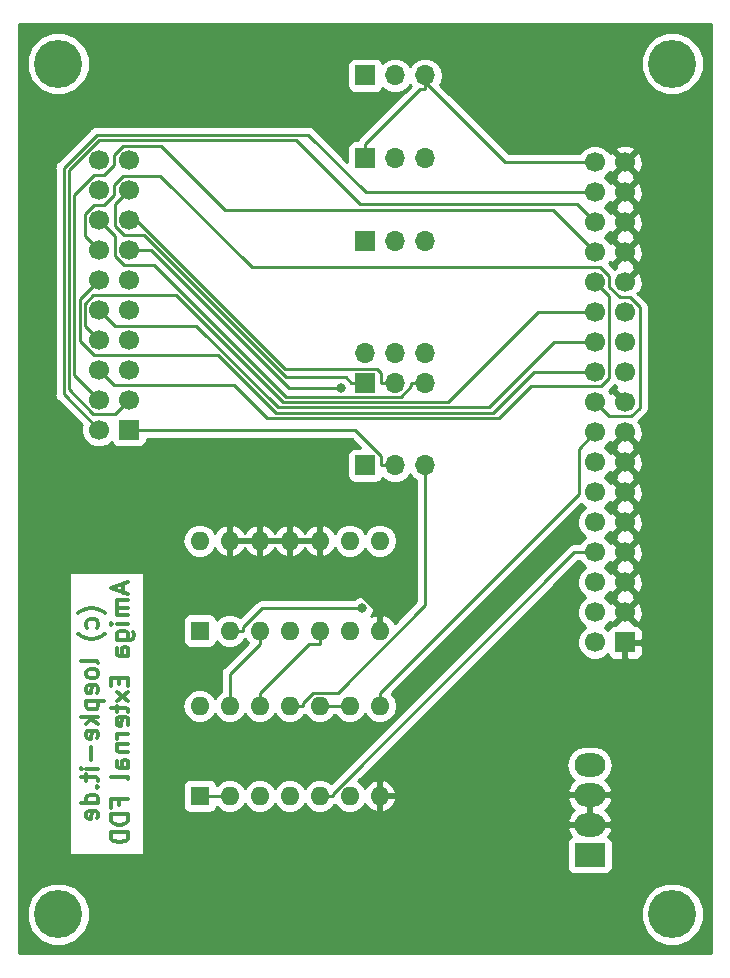
<source format=gbr>
%TF.GenerationSoftware,KiCad,Pcbnew,(5.0.0-3-g0214c9d)*%
%TF.CreationDate,2018-12-11T01:20:51+01:00*%
%TF.ProjectId,AmiExtFDD,416D694578744644442E6B696361645F,rev?*%
%TF.SameCoordinates,Original*%
%TF.FileFunction,Copper,L2,Bot,Signal*%
%TF.FilePolarity,Positive*%
%FSLAX46Y46*%
G04 Gerber Fmt 4.6, Leading zero omitted, Abs format (unit mm)*
G04 Created by KiCad (PCBNEW (5.0.0-3-g0214c9d)) date 2018 December 11, Tuesday 01:20:51*
%MOMM*%
%LPD*%
G01*
G04 APERTURE LIST*
%ADD10C,0.300000*%
%ADD11R,1.700000X1.700000*%
%ADD12C,1.700000*%
%ADD13R,2.600000X2.000000*%
%ADD14O,2.600000X2.000000*%
%ADD15O,1.700000X1.700000*%
%ADD16R,1.600000X1.600000*%
%ADD17O,1.600000X1.600000*%
%ADD18C,4.064000*%
%ADD19C,0.800000*%
%ADD20C,0.250000*%
%ADD21C,0.254000*%
G04 APERTURE END LIST*
D10*
X62975000Y-100535714D02*
X62903571Y-100464285D01*
X62689285Y-100321428D01*
X62546428Y-100250000D01*
X62332142Y-100178571D01*
X61975000Y-100107142D01*
X61689285Y-100107142D01*
X61332142Y-100178571D01*
X61117857Y-100250000D01*
X60975000Y-100321428D01*
X60760714Y-100464285D01*
X60689285Y-100535714D01*
X62332142Y-101750000D02*
X62403571Y-101607142D01*
X62403571Y-101321428D01*
X62332142Y-101178571D01*
X62260714Y-101107142D01*
X62117857Y-101035714D01*
X61689285Y-101035714D01*
X61546428Y-101107142D01*
X61475000Y-101178571D01*
X61403571Y-101321428D01*
X61403571Y-101607142D01*
X61475000Y-101750000D01*
X62975000Y-102250000D02*
X62903571Y-102321428D01*
X62689285Y-102464285D01*
X62546428Y-102535714D01*
X62332142Y-102607142D01*
X61975000Y-102678571D01*
X61689285Y-102678571D01*
X61332142Y-102607142D01*
X61117857Y-102535714D01*
X60975000Y-102464285D01*
X60760714Y-102321428D01*
X60689285Y-102250000D01*
X62403571Y-104750000D02*
X62332142Y-104607142D01*
X62189285Y-104535714D01*
X60903571Y-104535714D01*
X62403571Y-105535714D02*
X62332142Y-105392857D01*
X62260714Y-105321428D01*
X62117857Y-105250000D01*
X61689285Y-105250000D01*
X61546428Y-105321428D01*
X61475000Y-105392857D01*
X61403571Y-105535714D01*
X61403571Y-105750000D01*
X61475000Y-105892857D01*
X61546428Y-105964285D01*
X61689285Y-106035714D01*
X62117857Y-106035714D01*
X62260714Y-105964285D01*
X62332142Y-105892857D01*
X62403571Y-105750000D01*
X62403571Y-105535714D01*
X62332142Y-107250000D02*
X62403571Y-107107142D01*
X62403571Y-106821428D01*
X62332142Y-106678571D01*
X62189285Y-106607142D01*
X61617857Y-106607142D01*
X61475000Y-106678571D01*
X61403571Y-106821428D01*
X61403571Y-107107142D01*
X61475000Y-107250000D01*
X61617857Y-107321428D01*
X61760714Y-107321428D01*
X61903571Y-106607142D01*
X61403571Y-107964285D02*
X62903571Y-107964285D01*
X61475000Y-107964285D02*
X61403571Y-108107142D01*
X61403571Y-108392857D01*
X61475000Y-108535714D01*
X61546428Y-108607142D01*
X61689285Y-108678571D01*
X62117857Y-108678571D01*
X62260714Y-108607142D01*
X62332142Y-108535714D01*
X62403571Y-108392857D01*
X62403571Y-108107142D01*
X62332142Y-107964285D01*
X62403571Y-109321428D02*
X60903571Y-109321428D01*
X61832142Y-109464285D02*
X62403571Y-109892857D01*
X61403571Y-109892857D02*
X61975000Y-109321428D01*
X62332142Y-111107142D02*
X62403571Y-110964285D01*
X62403571Y-110678571D01*
X62332142Y-110535714D01*
X62189285Y-110464285D01*
X61617857Y-110464285D01*
X61475000Y-110535714D01*
X61403571Y-110678571D01*
X61403571Y-110964285D01*
X61475000Y-111107142D01*
X61617857Y-111178571D01*
X61760714Y-111178571D01*
X61903571Y-110464285D01*
X61832142Y-111821428D02*
X61832142Y-112964285D01*
X62403571Y-113678571D02*
X61403571Y-113678571D01*
X60903571Y-113678571D02*
X60975000Y-113607142D01*
X61046428Y-113678571D01*
X60975000Y-113750000D01*
X60903571Y-113678571D01*
X61046428Y-113678571D01*
X61403571Y-114178571D02*
X61403571Y-114750000D01*
X60903571Y-114392857D02*
X62189285Y-114392857D01*
X62332142Y-114464285D01*
X62403571Y-114607142D01*
X62403571Y-114750000D01*
X62260714Y-115250000D02*
X62332142Y-115321428D01*
X62403571Y-115250000D01*
X62332142Y-115178571D01*
X62260714Y-115250000D01*
X62403571Y-115250000D01*
X62403571Y-116607142D02*
X60903571Y-116607142D01*
X62332142Y-116607142D02*
X62403571Y-116464285D01*
X62403571Y-116178571D01*
X62332142Y-116035714D01*
X62260714Y-115964285D01*
X62117857Y-115892857D01*
X61689285Y-115892857D01*
X61546428Y-115964285D01*
X61475000Y-116035714D01*
X61403571Y-116178571D01*
X61403571Y-116464285D01*
X61475000Y-116607142D01*
X62332142Y-117892857D02*
X62403571Y-117750000D01*
X62403571Y-117464285D01*
X62332142Y-117321428D01*
X62189285Y-117250000D01*
X61617857Y-117250000D01*
X61475000Y-117321428D01*
X61403571Y-117464285D01*
X61403571Y-117750000D01*
X61475000Y-117892857D01*
X61617857Y-117964285D01*
X61760714Y-117964285D01*
X61903571Y-117250000D01*
X64525000Y-98071428D02*
X64525000Y-98785714D01*
X64953571Y-97928571D02*
X63453571Y-98428571D01*
X64953571Y-98928571D01*
X64953571Y-99428571D02*
X63953571Y-99428571D01*
X64096428Y-99428571D02*
X64025000Y-99500000D01*
X63953571Y-99642857D01*
X63953571Y-99857142D01*
X64025000Y-100000000D01*
X64167857Y-100071428D01*
X64953571Y-100071428D01*
X64167857Y-100071428D02*
X64025000Y-100142857D01*
X63953571Y-100285714D01*
X63953571Y-100500000D01*
X64025000Y-100642857D01*
X64167857Y-100714285D01*
X64953571Y-100714285D01*
X64953571Y-101428571D02*
X63953571Y-101428571D01*
X63453571Y-101428571D02*
X63525000Y-101357142D01*
X63596428Y-101428571D01*
X63525000Y-101500000D01*
X63453571Y-101428571D01*
X63596428Y-101428571D01*
X63953571Y-102785714D02*
X65167857Y-102785714D01*
X65310714Y-102714285D01*
X65382142Y-102642857D01*
X65453571Y-102500000D01*
X65453571Y-102285714D01*
X65382142Y-102142857D01*
X64882142Y-102785714D02*
X64953571Y-102642857D01*
X64953571Y-102357142D01*
X64882142Y-102214285D01*
X64810714Y-102142857D01*
X64667857Y-102071428D01*
X64239285Y-102071428D01*
X64096428Y-102142857D01*
X64025000Y-102214285D01*
X63953571Y-102357142D01*
X63953571Y-102642857D01*
X64025000Y-102785714D01*
X64953571Y-104142857D02*
X64167857Y-104142857D01*
X64025000Y-104071428D01*
X63953571Y-103928571D01*
X63953571Y-103642857D01*
X64025000Y-103500000D01*
X64882142Y-104142857D02*
X64953571Y-104000000D01*
X64953571Y-103642857D01*
X64882142Y-103500000D01*
X64739285Y-103428571D01*
X64596428Y-103428571D01*
X64453571Y-103500000D01*
X64382142Y-103642857D01*
X64382142Y-104000000D01*
X64310714Y-104142857D01*
X64167857Y-106000000D02*
X64167857Y-106500000D01*
X64953571Y-106714285D02*
X64953571Y-106000000D01*
X63453571Y-106000000D01*
X63453571Y-106714285D01*
X64953571Y-107214285D02*
X63953571Y-108000000D01*
X63953571Y-107214285D02*
X64953571Y-108000000D01*
X63953571Y-108357142D02*
X63953571Y-108928571D01*
X63453571Y-108571428D02*
X64739285Y-108571428D01*
X64882142Y-108642857D01*
X64953571Y-108785714D01*
X64953571Y-108928571D01*
X64882142Y-110000000D02*
X64953571Y-109857142D01*
X64953571Y-109571428D01*
X64882142Y-109428571D01*
X64739285Y-109357142D01*
X64167857Y-109357142D01*
X64025000Y-109428571D01*
X63953571Y-109571428D01*
X63953571Y-109857142D01*
X64025000Y-110000000D01*
X64167857Y-110071428D01*
X64310714Y-110071428D01*
X64453571Y-109357142D01*
X64953571Y-110714285D02*
X63953571Y-110714285D01*
X64239285Y-110714285D02*
X64096428Y-110785714D01*
X64025000Y-110857142D01*
X63953571Y-111000000D01*
X63953571Y-111142857D01*
X63953571Y-111642857D02*
X64953571Y-111642857D01*
X64096428Y-111642857D02*
X64025000Y-111714285D01*
X63953571Y-111857142D01*
X63953571Y-112071428D01*
X64025000Y-112214285D01*
X64167857Y-112285714D01*
X64953571Y-112285714D01*
X64953571Y-113642857D02*
X64167857Y-113642857D01*
X64025000Y-113571428D01*
X63953571Y-113428571D01*
X63953571Y-113142857D01*
X64025000Y-113000000D01*
X64882142Y-113642857D02*
X64953571Y-113500000D01*
X64953571Y-113142857D01*
X64882142Y-113000000D01*
X64739285Y-112928571D01*
X64596428Y-112928571D01*
X64453571Y-113000000D01*
X64382142Y-113142857D01*
X64382142Y-113500000D01*
X64310714Y-113642857D01*
X64953571Y-114571428D02*
X64882142Y-114428571D01*
X64739285Y-114357142D01*
X63453571Y-114357142D01*
X64167857Y-116785714D02*
X64167857Y-116285714D01*
X64953571Y-116285714D02*
X63453571Y-116285714D01*
X63453571Y-117000000D01*
X64953571Y-117571428D02*
X63453571Y-117571428D01*
X63453571Y-117928571D01*
X63525000Y-118142857D01*
X63667857Y-118285714D01*
X63810714Y-118357142D01*
X64096428Y-118428571D01*
X64310714Y-118428571D01*
X64596428Y-118357142D01*
X64739285Y-118285714D01*
X64882142Y-118142857D01*
X64953571Y-117928571D01*
X64953571Y-117571428D01*
X64953571Y-119071428D02*
X63453571Y-119071428D01*
X63453571Y-119428571D01*
X63525000Y-119642857D01*
X63667857Y-119785714D01*
X63810714Y-119857142D01*
X64096428Y-119928571D01*
X64310714Y-119928571D01*
X64596428Y-119857142D01*
X64739285Y-119785714D01*
X64882142Y-119642857D01*
X64953571Y-119428571D01*
X64953571Y-119071428D01*
D11*
X65000000Y-85000000D03*
D12*
X62460000Y-85000000D03*
X65000000Y-82460000D03*
X62460000Y-82460000D03*
X65000000Y-79920000D03*
X62460000Y-79920000D03*
X65000000Y-77380000D03*
X62460000Y-77380000D03*
X65000000Y-74840000D03*
X62460000Y-74840000D03*
X65000000Y-72300000D03*
X62460000Y-72300000D03*
X65000000Y-69760000D03*
X62460000Y-69760000D03*
X65000000Y-67220000D03*
X62460000Y-67220000D03*
X65000000Y-64680000D03*
X62460000Y-64680000D03*
X65000000Y-62140000D03*
X62460000Y-62140000D03*
D11*
X107000000Y-103000000D03*
D12*
X104460000Y-103000000D03*
X107000000Y-100460000D03*
X104460000Y-100460000D03*
X107000000Y-97920000D03*
X104460000Y-97920000D03*
X107000000Y-95380000D03*
X104460000Y-95380000D03*
X107000000Y-92840000D03*
X104460000Y-92840000D03*
X107000000Y-90300000D03*
X104460000Y-90300000D03*
X107000000Y-87760000D03*
X104460000Y-87760000D03*
X107000000Y-85220000D03*
X104460000Y-85220000D03*
X107000000Y-82680000D03*
X104460000Y-82680000D03*
X107000000Y-80140000D03*
X104460000Y-80140000D03*
X107000000Y-77600000D03*
X104460000Y-77600000D03*
X107000000Y-75060000D03*
X104460000Y-75060000D03*
X107000000Y-72520000D03*
X104460000Y-72520000D03*
X107000000Y-69980000D03*
X104460000Y-69980000D03*
X107000000Y-67440000D03*
X104460000Y-67440000D03*
X107000000Y-64900000D03*
X104460000Y-64900000D03*
X107000000Y-62360000D03*
X104460000Y-62360000D03*
D13*
X104000000Y-121000000D03*
D14*
X104000000Y-118460000D03*
X104000000Y-115920000D03*
X104000000Y-113380000D03*
D11*
X85000000Y-55000000D03*
D15*
X87540000Y-55000000D03*
X90080000Y-55000000D03*
X90080000Y-62000000D03*
X87540000Y-62000000D03*
D11*
X85000000Y-62000000D03*
X85000000Y-69000000D03*
D15*
X87540000Y-69000000D03*
X90080000Y-69000000D03*
D11*
X85000000Y-81000000D03*
D15*
X85000000Y-78460000D03*
X87540000Y-81000000D03*
X87540000Y-78460000D03*
X90080000Y-81000000D03*
X90080000Y-78460000D03*
X90080000Y-88000000D03*
X87540000Y-88000000D03*
D11*
X85000000Y-88000000D03*
D16*
X71000000Y-102000000D03*
D17*
X86240000Y-94380000D03*
X73540000Y-102000000D03*
X83700000Y-94380000D03*
X76080000Y-102000000D03*
X81160000Y-94380000D03*
X78620000Y-102000000D03*
X78620000Y-94380000D03*
X81160000Y-102000000D03*
X76080000Y-94380000D03*
X83700000Y-102000000D03*
X73540000Y-94380000D03*
X86240000Y-102000000D03*
X71000000Y-94380000D03*
X71000000Y-108380000D03*
X86240000Y-116000000D03*
X73540000Y-108380000D03*
X83700000Y-116000000D03*
X76080000Y-108380000D03*
X81160000Y-116000000D03*
X78620000Y-108380000D03*
X78620000Y-116000000D03*
X81160000Y-108380000D03*
X76080000Y-116000000D03*
X83700000Y-108380000D03*
X73540000Y-116000000D03*
X86240000Y-108380000D03*
D16*
X71000000Y-116000000D03*
D18*
X59000000Y-54000000D03*
X111000000Y-54000000D03*
X111000000Y-126000000D03*
X59000000Y-126000000D03*
D19*
X84723600Y-100101800D03*
X82977000Y-81444100D03*
D20*
X81160000Y-94380000D02*
X81160000Y-95505300D01*
X86240000Y-100874700D02*
X86240000Y-100585300D01*
X86240000Y-100585300D02*
X81160000Y-95505300D01*
X81160000Y-94380000D02*
X79745300Y-94380000D01*
X78620000Y-94380000D02*
X79745300Y-94380000D01*
X76080000Y-94380000D02*
X78620000Y-94380000D01*
X73540000Y-94380000D02*
X76080000Y-94380000D01*
X86240000Y-102000000D02*
X86240000Y-100874700D01*
X104000000Y-115920000D02*
X102374700Y-115920000D01*
X86240000Y-116000000D02*
X102294700Y-116000000D01*
X102294700Y-116000000D02*
X102374700Y-115920000D01*
X87540000Y-88000000D02*
X86364700Y-88000000D01*
X86364700Y-88000000D02*
X86364700Y-87192000D01*
X86364700Y-87192000D02*
X84172700Y-85000000D01*
X84172700Y-85000000D02*
X65000000Y-85000000D01*
X104460000Y-64900000D02*
X85035400Y-64900000D01*
X85035400Y-64900000D02*
X80142100Y-60006700D01*
X80142100Y-60006700D02*
X62286900Y-60006700D01*
X62286900Y-60006700D02*
X59467100Y-62826500D01*
X59467100Y-62826500D02*
X59467100Y-82007100D01*
X59467100Y-82007100D02*
X62460000Y-85000000D01*
X104460000Y-67440000D02*
X102915700Y-65895700D01*
X102915700Y-65895700D02*
X84562100Y-65895700D01*
X84562100Y-65895700D02*
X79144700Y-60478300D01*
X79144700Y-60478300D02*
X62452200Y-60478300D01*
X62452200Y-60478300D02*
X59917400Y-63013100D01*
X59917400Y-63013100D02*
X59917400Y-81583800D01*
X59917400Y-81583800D02*
X61984200Y-83650600D01*
X61984200Y-83650600D02*
X63809400Y-83650600D01*
X63809400Y-83650600D02*
X65000000Y-82460000D01*
X104460000Y-69980000D02*
X100880500Y-66400500D01*
X100880500Y-66400500D02*
X73147600Y-66400500D01*
X73147600Y-66400500D02*
X67692400Y-60945300D01*
X67692400Y-60945300D02*
X64531400Y-60945300D01*
X64531400Y-60945300D02*
X63712100Y-61764600D01*
X63712100Y-61764600D02*
X63712100Y-62579900D01*
X63712100Y-62579900D02*
X62882000Y-63410000D01*
X62882000Y-63410000D02*
X62036400Y-63410000D01*
X62036400Y-63410000D02*
X60367700Y-65078700D01*
X60367700Y-65078700D02*
X60367700Y-80367700D01*
X60367700Y-80367700D02*
X62460000Y-82460000D01*
X62460000Y-79920000D02*
X63730000Y-81190000D01*
X63730000Y-81190000D02*
X73884200Y-81190000D01*
X73884200Y-81190000D02*
X76733200Y-84039000D01*
X76733200Y-84039000D02*
X96326700Y-84039000D01*
X96326700Y-84039000D02*
X99050300Y-81315400D01*
X99050300Y-81315400D02*
X104949500Y-81315400D01*
X104949500Y-81315400D02*
X105635400Y-80629500D01*
X105635400Y-80629500D02*
X105635400Y-73695400D01*
X105635400Y-73695400D02*
X104460000Y-72520000D01*
X62460000Y-77380000D02*
X61268300Y-76188300D01*
X61268300Y-76188300D02*
X61268300Y-74329900D01*
X61268300Y-74329900D02*
X61973500Y-73624700D01*
X61973500Y-73624700D02*
X69017600Y-73624700D01*
X69017600Y-73624700D02*
X78041700Y-82648800D01*
X78041700Y-82648800D02*
X92012100Y-82648800D01*
X92012100Y-82648800D02*
X99600900Y-75060000D01*
X99600900Y-75060000D02*
X104460000Y-75060000D01*
X62460000Y-74840000D02*
X63809400Y-76189400D01*
X63809400Y-76189400D02*
X70720300Y-76189400D01*
X70720300Y-76189400D02*
X77630000Y-83099100D01*
X77630000Y-83099100D02*
X95453400Y-83099100D01*
X95453400Y-83099100D02*
X100952500Y-77600000D01*
X100952500Y-77600000D02*
X104460000Y-77600000D01*
X74665300Y-102000000D02*
X74665300Y-101718700D01*
X74665300Y-101718700D02*
X76282200Y-100101800D01*
X76282200Y-100101800D02*
X84723600Y-100101800D01*
X73540000Y-102000000D02*
X74665300Y-102000000D01*
X62460000Y-72300000D02*
X60818000Y-73942000D01*
X60818000Y-73942000D02*
X60818000Y-77449400D01*
X60818000Y-77449400D02*
X62018600Y-78650000D01*
X62018600Y-78650000D02*
X72544000Y-78650000D01*
X72544000Y-78650000D02*
X77443400Y-83549400D01*
X77443400Y-83549400D02*
X95864900Y-83549400D01*
X95864900Y-83549400D02*
X99274300Y-80140000D01*
X99274300Y-80140000D02*
X104460000Y-80140000D01*
X82977000Y-81444100D02*
X78587200Y-81444100D01*
X78587200Y-81444100D02*
X66903100Y-69760000D01*
X66903100Y-69760000D02*
X65000000Y-69760000D01*
X104460000Y-82680000D02*
X105650600Y-83870600D01*
X105650600Y-83870600D02*
X107490700Y-83870600D01*
X107490700Y-83870600D02*
X108232000Y-83129300D01*
X108232000Y-83129300D02*
X108232000Y-74629500D01*
X108232000Y-74629500D02*
X107392500Y-73790000D01*
X107392500Y-73790000D02*
X106556800Y-73790000D01*
X106556800Y-73790000D02*
X105635400Y-72868600D01*
X105635400Y-72868600D02*
X105635400Y-71994400D01*
X105635400Y-71994400D02*
X104891000Y-71250000D01*
X104891000Y-71250000D02*
X75399900Y-71250000D01*
X75399900Y-71250000D02*
X67654500Y-63504600D01*
X67654500Y-63504600D02*
X64474400Y-63504600D01*
X64474400Y-63504600D02*
X63730000Y-64249000D01*
X63730000Y-64249000D02*
X63730000Y-65089400D01*
X63730000Y-65089400D02*
X62869400Y-65950000D01*
X62869400Y-65950000D02*
X62057500Y-65950000D01*
X62057500Y-65950000D02*
X61275800Y-66731700D01*
X61275800Y-66731700D02*
X61275800Y-68575800D01*
X61275800Y-68575800D02*
X62460000Y-69760000D01*
X86364700Y-81000000D02*
X86364700Y-80191900D01*
X86364700Y-80191900D02*
X85997500Y-79824700D01*
X85997500Y-79824700D02*
X78241600Y-79824700D01*
X78241600Y-79824700D02*
X65636900Y-67220000D01*
X65636900Y-67220000D02*
X65000000Y-67220000D01*
X87540000Y-81000000D02*
X86364700Y-81000000D01*
X62460000Y-67220000D02*
X63824600Y-68584600D01*
X63824600Y-68584600D02*
X63824600Y-70285600D01*
X63824600Y-70285600D02*
X64569000Y-71030000D01*
X64569000Y-71030000D02*
X67134100Y-71030000D01*
X67134100Y-71030000D02*
X78302600Y-82198500D01*
X78302600Y-82198500D02*
X88009300Y-82198500D01*
X88009300Y-82198500D02*
X88904700Y-81303100D01*
X88904700Y-81303100D02*
X88904700Y-81000000D01*
X90080000Y-81000000D02*
X88904700Y-81000000D01*
X83824700Y-81000000D02*
X83386000Y-80561300D01*
X83386000Y-80561300D02*
X78341300Y-80561300D01*
X78341300Y-80561300D02*
X66270000Y-68490000D01*
X66270000Y-68490000D02*
X64543600Y-68490000D01*
X64543600Y-68490000D02*
X63822700Y-67769100D01*
X63822700Y-67769100D02*
X63822700Y-65857300D01*
X63822700Y-65857300D02*
X65000000Y-64680000D01*
X85000000Y-81000000D02*
X83824700Y-81000000D01*
X81160000Y-116000000D02*
X82285300Y-116000000D01*
X82285300Y-116000000D02*
X82285300Y-115818600D01*
X82285300Y-115818600D02*
X102723900Y-95380000D01*
X102723900Y-95380000D02*
X104460000Y-95380000D01*
X86240000Y-108380000D02*
X86240000Y-107254700D01*
X86240000Y-107254700D02*
X103095400Y-90399300D01*
X103095400Y-90399300D02*
X103095400Y-86584600D01*
X103095400Y-86584600D02*
X104460000Y-85220000D01*
X90080000Y-55587600D02*
X96852400Y-62360000D01*
X96852400Y-62360000D02*
X104460000Y-62360000D01*
X90080000Y-55587600D02*
X90080000Y-56175300D01*
X90080000Y-55000000D02*
X90080000Y-55587600D01*
X85000000Y-62000000D02*
X85000000Y-60824700D01*
X85000000Y-60824700D02*
X89649400Y-56175300D01*
X89649400Y-56175300D02*
X90080000Y-56175300D01*
X71000000Y-116000000D02*
X73540000Y-116000000D01*
X79745300Y-108380000D02*
X79745300Y-108098600D01*
X79745300Y-108098600D02*
X80589200Y-107254700D01*
X80589200Y-107254700D02*
X82666500Y-107254700D01*
X82666500Y-107254700D02*
X90080000Y-99841200D01*
X90080000Y-99841200D02*
X90080000Y-89175300D01*
X90080000Y-88000000D02*
X90080000Y-89175300D01*
X78620000Y-108380000D02*
X79745300Y-108380000D01*
X76080000Y-102000000D02*
X76080000Y-103125300D01*
X76080000Y-103125300D02*
X73540000Y-105665300D01*
X73540000Y-105665300D02*
X73540000Y-108380000D01*
X81160000Y-102000000D02*
X81160000Y-103125300D01*
X76080000Y-108380000D02*
X76080000Y-107254700D01*
X76080000Y-107254700D02*
X80209400Y-103125300D01*
X80209400Y-103125300D02*
X81160000Y-103125300D01*
X83700000Y-108380000D02*
X81160000Y-108380000D01*
D21*
G36*
X114315000Y-129315000D02*
X55685000Y-129315000D01*
X55685000Y-125469501D01*
X56333000Y-125469501D01*
X56333000Y-126530499D01*
X56739026Y-127510734D01*
X57489266Y-128260974D01*
X58469501Y-128667000D01*
X59530499Y-128667000D01*
X60510734Y-128260974D01*
X61260974Y-127510734D01*
X61667000Y-126530499D01*
X61667000Y-125469501D01*
X108333000Y-125469501D01*
X108333000Y-126530499D01*
X108739026Y-127510734D01*
X109489266Y-128260974D01*
X110469501Y-128667000D01*
X111530499Y-128667000D01*
X112510734Y-128260974D01*
X113260974Y-127510734D01*
X113667000Y-126530499D01*
X113667000Y-125469501D01*
X113260974Y-124489266D01*
X112510734Y-123739026D01*
X111530499Y-123333000D01*
X110469501Y-123333000D01*
X109489266Y-123739026D01*
X108739026Y-124489266D01*
X108333000Y-125469501D01*
X61667000Y-125469501D01*
X61260974Y-124489266D01*
X60510734Y-123739026D01*
X59530499Y-123333000D01*
X58469501Y-123333000D01*
X57489266Y-123739026D01*
X56739026Y-124489266D01*
X56333000Y-125469501D01*
X55685000Y-125469501D01*
X55685000Y-97000714D01*
X59935000Y-97000714D01*
X59935000Y-120999285D01*
X66305000Y-120999285D01*
X66305000Y-120000000D01*
X102052560Y-120000000D01*
X102052560Y-122000000D01*
X102101843Y-122247765D01*
X102242191Y-122457809D01*
X102452235Y-122598157D01*
X102700000Y-122647440D01*
X105300000Y-122647440D01*
X105547765Y-122598157D01*
X105757809Y-122457809D01*
X105898157Y-122247765D01*
X105947440Y-122000000D01*
X105947440Y-120000000D01*
X105898157Y-119752235D01*
X105757809Y-119542191D01*
X105597240Y-119434901D01*
X105859144Y-118968355D01*
X105890124Y-118840434D01*
X105770777Y-118587000D01*
X104127000Y-118587000D01*
X104127000Y-118607000D01*
X103873000Y-118607000D01*
X103873000Y-118587000D01*
X102229223Y-118587000D01*
X102109876Y-118840434D01*
X102140856Y-118968355D01*
X102402760Y-119434901D01*
X102242191Y-119542191D01*
X102101843Y-119752235D01*
X102052560Y-120000000D01*
X66305000Y-120000000D01*
X66305000Y-97000714D01*
X59935000Y-97000714D01*
X55685000Y-97000714D01*
X55685000Y-94380000D01*
X69536887Y-94380000D01*
X69648260Y-94939909D01*
X69965423Y-95414577D01*
X70440091Y-95731740D01*
X70858667Y-95815000D01*
X71141333Y-95815000D01*
X71559909Y-95731740D01*
X72034577Y-95414577D01*
X72290947Y-95030892D01*
X72387611Y-95235134D01*
X72802577Y-95611041D01*
X73190961Y-95771904D01*
X73413000Y-95649915D01*
X73413000Y-94507000D01*
X73667000Y-94507000D01*
X73667000Y-95649915D01*
X73889039Y-95771904D01*
X74277423Y-95611041D01*
X74692389Y-95235134D01*
X74810000Y-94986633D01*
X74927611Y-95235134D01*
X75342577Y-95611041D01*
X75730961Y-95771904D01*
X75953000Y-95649915D01*
X75953000Y-94507000D01*
X76207000Y-94507000D01*
X76207000Y-95649915D01*
X76429039Y-95771904D01*
X76817423Y-95611041D01*
X77232389Y-95235134D01*
X77350000Y-94986633D01*
X77467611Y-95235134D01*
X77882577Y-95611041D01*
X78270961Y-95771904D01*
X78493000Y-95649915D01*
X78493000Y-94507000D01*
X78747000Y-94507000D01*
X78747000Y-95649915D01*
X78969039Y-95771904D01*
X79357423Y-95611041D01*
X79772389Y-95235134D01*
X79890000Y-94986633D01*
X80007611Y-95235134D01*
X80422577Y-95611041D01*
X80810961Y-95771904D01*
X81033000Y-95649915D01*
X81033000Y-94507000D01*
X78747000Y-94507000D01*
X78493000Y-94507000D01*
X76207000Y-94507000D01*
X75953000Y-94507000D01*
X73667000Y-94507000D01*
X73413000Y-94507000D01*
X73393000Y-94507000D01*
X73393000Y-94253000D01*
X73413000Y-94253000D01*
X73413000Y-93110085D01*
X73667000Y-93110085D01*
X73667000Y-94253000D01*
X75953000Y-94253000D01*
X75953000Y-93110085D01*
X76207000Y-93110085D01*
X76207000Y-94253000D01*
X78493000Y-94253000D01*
X78493000Y-93110085D01*
X78747000Y-93110085D01*
X78747000Y-94253000D01*
X81033000Y-94253000D01*
X81033000Y-93110085D01*
X81287000Y-93110085D01*
X81287000Y-94253000D01*
X81307000Y-94253000D01*
X81307000Y-94507000D01*
X81287000Y-94507000D01*
X81287000Y-95649915D01*
X81509039Y-95771904D01*
X81897423Y-95611041D01*
X82312389Y-95235134D01*
X82409053Y-95030892D01*
X82665423Y-95414577D01*
X83140091Y-95731740D01*
X83558667Y-95815000D01*
X83841333Y-95815000D01*
X84259909Y-95731740D01*
X84734577Y-95414577D01*
X84970000Y-95062242D01*
X85205423Y-95414577D01*
X85680091Y-95731740D01*
X86098667Y-95815000D01*
X86381333Y-95815000D01*
X86799909Y-95731740D01*
X87274577Y-95414577D01*
X87591740Y-94939909D01*
X87703113Y-94380000D01*
X87591740Y-93820091D01*
X87274577Y-93345423D01*
X86799909Y-93028260D01*
X86381333Y-92945000D01*
X86098667Y-92945000D01*
X85680091Y-93028260D01*
X85205423Y-93345423D01*
X84970000Y-93697758D01*
X84734577Y-93345423D01*
X84259909Y-93028260D01*
X83841333Y-92945000D01*
X83558667Y-92945000D01*
X83140091Y-93028260D01*
X82665423Y-93345423D01*
X82409053Y-93729108D01*
X82312389Y-93524866D01*
X81897423Y-93148959D01*
X81509039Y-92988096D01*
X81287000Y-93110085D01*
X81033000Y-93110085D01*
X80810961Y-92988096D01*
X80422577Y-93148959D01*
X80007611Y-93524866D01*
X79890000Y-93773367D01*
X79772389Y-93524866D01*
X79357423Y-93148959D01*
X78969039Y-92988096D01*
X78747000Y-93110085D01*
X78493000Y-93110085D01*
X78270961Y-92988096D01*
X77882577Y-93148959D01*
X77467611Y-93524866D01*
X77350000Y-93773367D01*
X77232389Y-93524866D01*
X76817423Y-93148959D01*
X76429039Y-92988096D01*
X76207000Y-93110085D01*
X75953000Y-93110085D01*
X75730961Y-92988096D01*
X75342577Y-93148959D01*
X74927611Y-93524866D01*
X74810000Y-93773367D01*
X74692389Y-93524866D01*
X74277423Y-93148959D01*
X73889039Y-92988096D01*
X73667000Y-93110085D01*
X73413000Y-93110085D01*
X73190961Y-92988096D01*
X72802577Y-93148959D01*
X72387611Y-93524866D01*
X72290947Y-93729108D01*
X72034577Y-93345423D01*
X71559909Y-93028260D01*
X71141333Y-92945000D01*
X70858667Y-92945000D01*
X70440091Y-93028260D01*
X69965423Y-93345423D01*
X69648260Y-93820091D01*
X69536887Y-94380000D01*
X55685000Y-94380000D01*
X55685000Y-62826500D01*
X58692212Y-62826500D01*
X58707100Y-62901347D01*
X58707101Y-81932248D01*
X58692212Y-82007100D01*
X58751197Y-82303637D01*
X58868438Y-82479100D01*
X58919172Y-82555029D01*
X58982628Y-82597429D01*
X61008628Y-84623430D01*
X60975000Y-84704615D01*
X60975000Y-85295385D01*
X61201078Y-85841185D01*
X61618815Y-86258922D01*
X62164615Y-86485000D01*
X62755385Y-86485000D01*
X63301185Y-86258922D01*
X63536994Y-86023113D01*
X63551843Y-86097765D01*
X63692191Y-86307809D01*
X63902235Y-86448157D01*
X64150000Y-86497440D01*
X65850000Y-86497440D01*
X66097765Y-86448157D01*
X66307809Y-86307809D01*
X66448157Y-86097765D01*
X66497440Y-85850000D01*
X66497440Y-85760000D01*
X83857899Y-85760000D01*
X84600459Y-86502560D01*
X84150000Y-86502560D01*
X83902235Y-86551843D01*
X83692191Y-86692191D01*
X83551843Y-86902235D01*
X83502560Y-87150000D01*
X83502560Y-88850000D01*
X83551843Y-89097765D01*
X83692191Y-89307809D01*
X83902235Y-89448157D01*
X84150000Y-89497440D01*
X85850000Y-89497440D01*
X86097765Y-89448157D01*
X86307809Y-89307809D01*
X86448157Y-89097765D01*
X86457184Y-89052381D01*
X86469375Y-89070625D01*
X86960582Y-89398839D01*
X87393744Y-89485000D01*
X87686256Y-89485000D01*
X88119418Y-89398839D01*
X88610625Y-89070625D01*
X88810000Y-88772239D01*
X89009375Y-89070625D01*
X89320001Y-89278179D01*
X89320000Y-99526398D01*
X87491699Y-101354699D01*
X87392389Y-101144866D01*
X86977423Y-100768959D01*
X86589039Y-100608096D01*
X86367000Y-100730085D01*
X86367000Y-101873000D01*
X86387000Y-101873000D01*
X86387000Y-102127000D01*
X86367000Y-102127000D01*
X86367000Y-102147000D01*
X86113000Y-102147000D01*
X86113000Y-102127000D01*
X86093000Y-102127000D01*
X86093000Y-101873000D01*
X86113000Y-101873000D01*
X86113000Y-100730085D01*
X85890961Y-100608096D01*
X85532578Y-100756533D01*
X85601031Y-100688080D01*
X85758600Y-100307674D01*
X85758600Y-99895926D01*
X85601031Y-99515520D01*
X85309880Y-99224369D01*
X84929474Y-99066800D01*
X84517726Y-99066800D01*
X84137320Y-99224369D01*
X84019889Y-99341800D01*
X76357047Y-99341800D01*
X76282200Y-99326912D01*
X76207353Y-99341800D01*
X76207348Y-99341800D01*
X75985663Y-99385896D01*
X75734271Y-99553871D01*
X75691871Y-99617327D01*
X74436222Y-100872977D01*
X74099909Y-100648260D01*
X73681333Y-100565000D01*
X73398667Y-100565000D01*
X72980091Y-100648260D01*
X72505423Y-100965423D01*
X72424785Y-101086106D01*
X72398157Y-100952235D01*
X72257809Y-100742191D01*
X72047765Y-100601843D01*
X71800000Y-100552560D01*
X70200000Y-100552560D01*
X69952235Y-100601843D01*
X69742191Y-100742191D01*
X69601843Y-100952235D01*
X69552560Y-101200000D01*
X69552560Y-102800000D01*
X69601843Y-103047765D01*
X69742191Y-103257809D01*
X69952235Y-103398157D01*
X70200000Y-103447440D01*
X71800000Y-103447440D01*
X72047765Y-103398157D01*
X72257809Y-103257809D01*
X72398157Y-103047765D01*
X72424785Y-102913894D01*
X72505423Y-103034577D01*
X72980091Y-103351740D01*
X73398667Y-103435000D01*
X73681333Y-103435000D01*
X74099909Y-103351740D01*
X74574577Y-103034577D01*
X74760786Y-102755896D01*
X74847667Y-102738614D01*
X75045423Y-103034577D01*
X75075694Y-103054803D01*
X73055530Y-105074969D01*
X72992071Y-105117371D01*
X72824096Y-105368764D01*
X72780000Y-105590449D01*
X72780000Y-105590453D01*
X72765112Y-105665300D01*
X72780000Y-105740147D01*
X72780001Y-107161956D01*
X72505423Y-107345423D01*
X72270000Y-107697758D01*
X72034577Y-107345423D01*
X71559909Y-107028260D01*
X71141333Y-106945000D01*
X70858667Y-106945000D01*
X70440091Y-107028260D01*
X69965423Y-107345423D01*
X69648260Y-107820091D01*
X69536887Y-108380000D01*
X69648260Y-108939909D01*
X69965423Y-109414577D01*
X70440091Y-109731740D01*
X70858667Y-109815000D01*
X71141333Y-109815000D01*
X71559909Y-109731740D01*
X72034577Y-109414577D01*
X72270000Y-109062242D01*
X72505423Y-109414577D01*
X72980091Y-109731740D01*
X73398667Y-109815000D01*
X73681333Y-109815000D01*
X74099909Y-109731740D01*
X74574577Y-109414577D01*
X74810000Y-109062242D01*
X75045423Y-109414577D01*
X75520091Y-109731740D01*
X75938667Y-109815000D01*
X76221333Y-109815000D01*
X76639909Y-109731740D01*
X77114577Y-109414577D01*
X77350000Y-109062242D01*
X77585423Y-109414577D01*
X78060091Y-109731740D01*
X78478667Y-109815000D01*
X78761333Y-109815000D01*
X79179909Y-109731740D01*
X79654577Y-109414577D01*
X79840786Y-109135896D01*
X79927667Y-109118614D01*
X80125423Y-109414577D01*
X80600091Y-109731740D01*
X81018667Y-109815000D01*
X81301333Y-109815000D01*
X81719909Y-109731740D01*
X82194577Y-109414577D01*
X82378043Y-109140000D01*
X82481957Y-109140000D01*
X82665423Y-109414577D01*
X83140091Y-109731740D01*
X83558667Y-109815000D01*
X83841333Y-109815000D01*
X84259909Y-109731740D01*
X84734577Y-109414577D01*
X84970000Y-109062242D01*
X85205423Y-109414577D01*
X85680091Y-109731740D01*
X86098667Y-109815000D01*
X86381333Y-109815000D01*
X86799909Y-109731740D01*
X87274577Y-109414577D01*
X87591740Y-108939909D01*
X87703113Y-108380000D01*
X87591740Y-107820091D01*
X87274577Y-107345423D01*
X87244305Y-107325196D01*
X103314697Y-91254804D01*
X103618815Y-91558922D01*
X103645560Y-91570000D01*
X103618815Y-91581078D01*
X103201078Y-91998815D01*
X102975000Y-92544615D01*
X102975000Y-93135385D01*
X103201078Y-93681185D01*
X103618815Y-94098922D01*
X103645560Y-94110000D01*
X103618815Y-94121078D01*
X103201078Y-94538815D01*
X103167450Y-94620000D01*
X102798746Y-94620000D01*
X102723899Y-94605112D01*
X102649052Y-94620000D01*
X102649048Y-94620000D01*
X102427363Y-94664096D01*
X102427361Y-94664097D01*
X102427362Y-94664097D01*
X102239426Y-94789671D01*
X102239424Y-94789673D01*
X102175971Y-94832071D01*
X102133573Y-94895524D01*
X82116108Y-114912991D01*
X81719909Y-114648260D01*
X81301333Y-114565000D01*
X81018667Y-114565000D01*
X80600091Y-114648260D01*
X80125423Y-114965423D01*
X79890000Y-115317758D01*
X79654577Y-114965423D01*
X79179909Y-114648260D01*
X78761333Y-114565000D01*
X78478667Y-114565000D01*
X78060091Y-114648260D01*
X77585423Y-114965423D01*
X77350000Y-115317758D01*
X77114577Y-114965423D01*
X76639909Y-114648260D01*
X76221333Y-114565000D01*
X75938667Y-114565000D01*
X75520091Y-114648260D01*
X75045423Y-114965423D01*
X74810000Y-115317758D01*
X74574577Y-114965423D01*
X74099909Y-114648260D01*
X73681333Y-114565000D01*
X73398667Y-114565000D01*
X72980091Y-114648260D01*
X72505423Y-114965423D01*
X72424785Y-115086106D01*
X72398157Y-114952235D01*
X72257809Y-114742191D01*
X72047765Y-114601843D01*
X71800000Y-114552560D01*
X70200000Y-114552560D01*
X69952235Y-114601843D01*
X69742191Y-114742191D01*
X69601843Y-114952235D01*
X69552560Y-115200000D01*
X69552560Y-116800000D01*
X69601843Y-117047765D01*
X69742191Y-117257809D01*
X69952235Y-117398157D01*
X70200000Y-117447440D01*
X71800000Y-117447440D01*
X72047765Y-117398157D01*
X72257809Y-117257809D01*
X72398157Y-117047765D01*
X72424785Y-116913894D01*
X72505423Y-117034577D01*
X72980091Y-117351740D01*
X73398667Y-117435000D01*
X73681333Y-117435000D01*
X74099909Y-117351740D01*
X74574577Y-117034577D01*
X74810000Y-116682242D01*
X75045423Y-117034577D01*
X75520091Y-117351740D01*
X75938667Y-117435000D01*
X76221333Y-117435000D01*
X76639909Y-117351740D01*
X77114577Y-117034577D01*
X77350000Y-116682242D01*
X77585423Y-117034577D01*
X78060091Y-117351740D01*
X78478667Y-117435000D01*
X78761333Y-117435000D01*
X79179909Y-117351740D01*
X79654577Y-117034577D01*
X79890000Y-116682242D01*
X80125423Y-117034577D01*
X80600091Y-117351740D01*
X81018667Y-117435000D01*
X81301333Y-117435000D01*
X81719909Y-117351740D01*
X82194577Y-117034577D01*
X82380786Y-116755896D01*
X82467667Y-116738614D01*
X82665423Y-117034577D01*
X83140091Y-117351740D01*
X83558667Y-117435000D01*
X83841333Y-117435000D01*
X84259909Y-117351740D01*
X84734577Y-117034577D01*
X84990947Y-116650892D01*
X85087611Y-116855134D01*
X85502577Y-117231041D01*
X85890961Y-117391904D01*
X86113000Y-117269915D01*
X86113000Y-116127000D01*
X86367000Y-116127000D01*
X86367000Y-117269915D01*
X86589039Y-117391904D01*
X86977423Y-117231041D01*
X87392389Y-116855134D01*
X87631914Y-116349041D01*
X87605364Y-116300434D01*
X102109876Y-116300434D01*
X102140856Y-116428355D01*
X102454078Y-116986317D01*
X102712991Y-117190000D01*
X102454078Y-117393683D01*
X102140856Y-117951645D01*
X102109876Y-118079566D01*
X102229223Y-118333000D01*
X103873000Y-118333000D01*
X103873000Y-116047000D01*
X104127000Y-116047000D01*
X104127000Y-118333000D01*
X105770777Y-118333000D01*
X105890124Y-118079566D01*
X105859144Y-117951645D01*
X105545922Y-117393683D01*
X105287009Y-117190000D01*
X105545922Y-116986317D01*
X105859144Y-116428355D01*
X105890124Y-116300434D01*
X105770777Y-116047000D01*
X104127000Y-116047000D01*
X103873000Y-116047000D01*
X102229223Y-116047000D01*
X102109876Y-116300434D01*
X87605364Y-116300434D01*
X87510629Y-116127000D01*
X86367000Y-116127000D01*
X86113000Y-116127000D01*
X86093000Y-116127000D01*
X86093000Y-115873000D01*
X86113000Y-115873000D01*
X86113000Y-114730085D01*
X86367000Y-114730085D01*
X86367000Y-115873000D01*
X87510629Y-115873000D01*
X87631914Y-115650959D01*
X87392389Y-115144866D01*
X86977423Y-114768959D01*
X86589039Y-114608096D01*
X86367000Y-114730085D01*
X86113000Y-114730085D01*
X85890961Y-114608096D01*
X85502577Y-114768959D01*
X85087611Y-115144866D01*
X84990947Y-115349108D01*
X84734577Y-114965423D01*
X84422081Y-114756620D01*
X85798701Y-113380000D01*
X102032969Y-113380000D01*
X102159864Y-114017945D01*
X102521231Y-114558769D01*
X102687629Y-114669952D01*
X102454078Y-114853683D01*
X102140856Y-115411645D01*
X102109876Y-115539566D01*
X102229223Y-115793000D01*
X103873000Y-115793000D01*
X103873000Y-115773000D01*
X104127000Y-115773000D01*
X104127000Y-115793000D01*
X105770777Y-115793000D01*
X105890124Y-115539566D01*
X105859144Y-115411645D01*
X105545922Y-114853683D01*
X105312371Y-114669952D01*
X105478769Y-114558769D01*
X105840136Y-114017945D01*
X105967031Y-113380000D01*
X105840136Y-112742055D01*
X105478769Y-112201231D01*
X104937945Y-111839864D01*
X104461031Y-111745000D01*
X103538969Y-111745000D01*
X103062055Y-111839864D01*
X102521231Y-112201231D01*
X102159864Y-112742055D01*
X102032969Y-113380000D01*
X85798701Y-113380000D01*
X103038703Y-96140000D01*
X103167450Y-96140000D01*
X103201078Y-96221185D01*
X103618815Y-96638922D01*
X103645560Y-96650000D01*
X103618815Y-96661078D01*
X103201078Y-97078815D01*
X102975000Y-97624615D01*
X102975000Y-98215385D01*
X103201078Y-98761185D01*
X103618815Y-99178922D01*
X103645560Y-99190000D01*
X103618815Y-99201078D01*
X103201078Y-99618815D01*
X102975000Y-100164615D01*
X102975000Y-100755385D01*
X103201078Y-101301185D01*
X103618815Y-101718922D01*
X103645560Y-101730000D01*
X103618815Y-101741078D01*
X103201078Y-102158815D01*
X102975000Y-102704615D01*
X102975000Y-103295385D01*
X103201078Y-103841185D01*
X103618815Y-104258922D01*
X104164615Y-104485000D01*
X104755385Y-104485000D01*
X105301185Y-104258922D01*
X105535150Y-104024957D01*
X105611673Y-104209698D01*
X105790301Y-104388327D01*
X106023690Y-104485000D01*
X106714250Y-104485000D01*
X106873000Y-104326250D01*
X106873000Y-103127000D01*
X107127000Y-103127000D01*
X107127000Y-104326250D01*
X107285750Y-104485000D01*
X107976310Y-104485000D01*
X108209699Y-104388327D01*
X108388327Y-104209698D01*
X108485000Y-103976309D01*
X108485000Y-103285750D01*
X108326250Y-103127000D01*
X107127000Y-103127000D01*
X106873000Y-103127000D01*
X106853000Y-103127000D01*
X106853000Y-102873000D01*
X106873000Y-102873000D01*
X106873000Y-102853000D01*
X107127000Y-102853000D01*
X107127000Y-102873000D01*
X108326250Y-102873000D01*
X108485000Y-102714250D01*
X108485000Y-102023691D01*
X108388327Y-101790302D01*
X108209699Y-101611673D01*
X107976310Y-101515000D01*
X107860826Y-101515000D01*
X107864353Y-101503958D01*
X107000000Y-100639605D01*
X106135647Y-101503958D01*
X106139174Y-101515000D01*
X106023690Y-101515000D01*
X105790301Y-101611673D01*
X105611673Y-101790302D01*
X105535150Y-101975043D01*
X105301185Y-101741078D01*
X105274440Y-101730000D01*
X105301185Y-101718922D01*
X105718922Y-101301185D01*
X105738155Y-101254753D01*
X105956042Y-101324353D01*
X106820395Y-100460000D01*
X107179605Y-100460000D01*
X108043958Y-101324353D01*
X108295259Y-101244080D01*
X108496718Y-100688721D01*
X108470315Y-100098542D01*
X108295259Y-99675920D01*
X108043958Y-99595647D01*
X107179605Y-100460000D01*
X106820395Y-100460000D01*
X105956042Y-99595647D01*
X105738155Y-99665247D01*
X105718922Y-99618815D01*
X105301185Y-99201078D01*
X105274440Y-99190000D01*
X105301185Y-99178922D01*
X105516149Y-98963958D01*
X106135647Y-98963958D01*
X106207852Y-99190000D01*
X106135647Y-99416042D01*
X107000000Y-100280395D01*
X107864353Y-99416042D01*
X107792148Y-99190000D01*
X107864353Y-98963958D01*
X107000000Y-98099605D01*
X106135647Y-98963958D01*
X105516149Y-98963958D01*
X105718922Y-98761185D01*
X105738155Y-98714753D01*
X105956042Y-98784353D01*
X106820395Y-97920000D01*
X107179605Y-97920000D01*
X108043958Y-98784353D01*
X108295259Y-98704080D01*
X108496718Y-98148721D01*
X108470315Y-97558542D01*
X108295259Y-97135920D01*
X108043958Y-97055647D01*
X107179605Y-97920000D01*
X106820395Y-97920000D01*
X105956042Y-97055647D01*
X105738155Y-97125247D01*
X105718922Y-97078815D01*
X105301185Y-96661078D01*
X105274440Y-96650000D01*
X105301185Y-96638922D01*
X105516149Y-96423958D01*
X106135647Y-96423958D01*
X106207852Y-96650000D01*
X106135647Y-96876042D01*
X107000000Y-97740395D01*
X107864353Y-96876042D01*
X107792148Y-96650000D01*
X107864353Y-96423958D01*
X107000000Y-95559605D01*
X106135647Y-96423958D01*
X105516149Y-96423958D01*
X105718922Y-96221185D01*
X105738155Y-96174753D01*
X105956042Y-96244353D01*
X106820395Y-95380000D01*
X107179605Y-95380000D01*
X108043958Y-96244353D01*
X108295259Y-96164080D01*
X108496718Y-95608721D01*
X108470315Y-95018542D01*
X108295259Y-94595920D01*
X108043958Y-94515647D01*
X107179605Y-95380000D01*
X106820395Y-95380000D01*
X105956042Y-94515647D01*
X105738155Y-94585247D01*
X105718922Y-94538815D01*
X105301185Y-94121078D01*
X105274440Y-94110000D01*
X105301185Y-94098922D01*
X105516149Y-93883958D01*
X106135647Y-93883958D01*
X106207852Y-94110000D01*
X106135647Y-94336042D01*
X107000000Y-95200395D01*
X107864353Y-94336042D01*
X107792148Y-94110000D01*
X107864353Y-93883958D01*
X107000000Y-93019605D01*
X106135647Y-93883958D01*
X105516149Y-93883958D01*
X105718922Y-93681185D01*
X105738155Y-93634753D01*
X105956042Y-93704353D01*
X106820395Y-92840000D01*
X107179605Y-92840000D01*
X108043958Y-93704353D01*
X108295259Y-93624080D01*
X108496718Y-93068721D01*
X108470315Y-92478542D01*
X108295259Y-92055920D01*
X108043958Y-91975647D01*
X107179605Y-92840000D01*
X106820395Y-92840000D01*
X105956042Y-91975647D01*
X105738155Y-92045247D01*
X105718922Y-91998815D01*
X105301185Y-91581078D01*
X105274440Y-91570000D01*
X105301185Y-91558922D01*
X105516149Y-91343958D01*
X106135647Y-91343958D01*
X106207852Y-91570000D01*
X106135647Y-91796042D01*
X107000000Y-92660395D01*
X107864353Y-91796042D01*
X107792148Y-91570000D01*
X107864353Y-91343958D01*
X107000000Y-90479605D01*
X106135647Y-91343958D01*
X105516149Y-91343958D01*
X105718922Y-91141185D01*
X105738155Y-91094753D01*
X105956042Y-91164353D01*
X106820395Y-90300000D01*
X107179605Y-90300000D01*
X108043958Y-91164353D01*
X108295259Y-91084080D01*
X108496718Y-90528721D01*
X108470315Y-89938542D01*
X108295259Y-89515920D01*
X108043958Y-89435647D01*
X107179605Y-90300000D01*
X106820395Y-90300000D01*
X105956042Y-89435647D01*
X105738155Y-89505247D01*
X105718922Y-89458815D01*
X105301185Y-89041078D01*
X105274440Y-89030000D01*
X105301185Y-89018922D01*
X105516149Y-88803958D01*
X106135647Y-88803958D01*
X106207852Y-89030000D01*
X106135647Y-89256042D01*
X107000000Y-90120395D01*
X107864353Y-89256042D01*
X107792148Y-89030000D01*
X107864353Y-88803958D01*
X107000000Y-87939605D01*
X106135647Y-88803958D01*
X105516149Y-88803958D01*
X105718922Y-88601185D01*
X105738155Y-88554753D01*
X105956042Y-88624353D01*
X106820395Y-87760000D01*
X107179605Y-87760000D01*
X108043958Y-88624353D01*
X108295259Y-88544080D01*
X108496718Y-87988721D01*
X108470315Y-87398542D01*
X108295259Y-86975920D01*
X108043958Y-86895647D01*
X107179605Y-87760000D01*
X106820395Y-87760000D01*
X105956042Y-86895647D01*
X105738155Y-86965247D01*
X105718922Y-86918815D01*
X105301185Y-86501078D01*
X105274440Y-86490000D01*
X105301185Y-86478922D01*
X105516149Y-86263958D01*
X106135647Y-86263958D01*
X106207852Y-86490000D01*
X106135647Y-86716042D01*
X107000000Y-87580395D01*
X107864353Y-86716042D01*
X107792148Y-86490000D01*
X107864353Y-86263958D01*
X107000000Y-85399605D01*
X106135647Y-86263958D01*
X105516149Y-86263958D01*
X105718922Y-86061185D01*
X105738155Y-86014753D01*
X105956042Y-86084353D01*
X106820395Y-85220000D01*
X106806253Y-85205858D01*
X106985858Y-85026253D01*
X107000000Y-85040395D01*
X107014143Y-85026253D01*
X107193748Y-85205858D01*
X107179605Y-85220000D01*
X108043958Y-86084353D01*
X108295259Y-86004080D01*
X108496718Y-85448721D01*
X108470315Y-84858542D01*
X108295259Y-84435920D01*
X108074192Y-84365305D01*
X108081031Y-84355070D01*
X108716473Y-83719629D01*
X108779929Y-83677229D01*
X108947904Y-83425837D01*
X108992000Y-83204152D01*
X108992000Y-83204148D01*
X109006888Y-83129300D01*
X108992000Y-83054452D01*
X108992000Y-74704346D01*
X109006888Y-74629499D01*
X108992000Y-74554652D01*
X108992000Y-74554648D01*
X108947904Y-74332963D01*
X108779929Y-74081571D01*
X108716473Y-74039171D01*
X108057370Y-73380069D01*
X108295259Y-73304080D01*
X108496718Y-72748721D01*
X108470315Y-72158542D01*
X108295259Y-71735920D01*
X108043958Y-71655647D01*
X107179605Y-72520000D01*
X107193748Y-72534143D01*
X107014143Y-72713748D01*
X107000000Y-72699605D01*
X106985858Y-72713748D01*
X106806253Y-72534143D01*
X106820395Y-72520000D01*
X106806253Y-72505858D01*
X106985858Y-72326253D01*
X107000000Y-72340395D01*
X107864353Y-71476042D01*
X107792148Y-71250000D01*
X107864353Y-71023958D01*
X107000000Y-70159605D01*
X106135647Y-71023958D01*
X106207852Y-71250000D01*
X106151818Y-71425416D01*
X106119873Y-71404071D01*
X105627954Y-70912153D01*
X105718922Y-70821185D01*
X105738155Y-70774753D01*
X105956042Y-70844353D01*
X106820395Y-69980000D01*
X107179605Y-69980000D01*
X108043958Y-70844353D01*
X108295259Y-70764080D01*
X108496718Y-70208721D01*
X108470315Y-69618542D01*
X108295259Y-69195920D01*
X108043958Y-69115647D01*
X107179605Y-69980000D01*
X106820395Y-69980000D01*
X105956042Y-69115647D01*
X105738155Y-69185247D01*
X105718922Y-69138815D01*
X105301185Y-68721078D01*
X105274440Y-68710000D01*
X105301185Y-68698922D01*
X105516149Y-68483958D01*
X106135647Y-68483958D01*
X106207852Y-68710000D01*
X106135647Y-68936042D01*
X107000000Y-69800395D01*
X107864353Y-68936042D01*
X107792148Y-68710000D01*
X107864353Y-68483958D01*
X107000000Y-67619605D01*
X106135647Y-68483958D01*
X105516149Y-68483958D01*
X105718922Y-68281185D01*
X105738155Y-68234753D01*
X105956042Y-68304353D01*
X106820395Y-67440000D01*
X107179605Y-67440000D01*
X108043958Y-68304353D01*
X108295259Y-68224080D01*
X108496718Y-67668721D01*
X108470315Y-67078542D01*
X108295259Y-66655920D01*
X108043958Y-66575647D01*
X107179605Y-67440000D01*
X106820395Y-67440000D01*
X105956042Y-66575647D01*
X105738155Y-66645247D01*
X105718922Y-66598815D01*
X105301185Y-66181078D01*
X105274440Y-66170000D01*
X105301185Y-66158922D01*
X105516149Y-65943958D01*
X106135647Y-65943958D01*
X106207852Y-66170000D01*
X106135647Y-66396042D01*
X107000000Y-67260395D01*
X107864353Y-66396042D01*
X107792148Y-66170000D01*
X107864353Y-65943958D01*
X107000000Y-65079605D01*
X106135647Y-65943958D01*
X105516149Y-65943958D01*
X105718922Y-65741185D01*
X105738155Y-65694753D01*
X105956042Y-65764353D01*
X106820395Y-64900000D01*
X107179605Y-64900000D01*
X108043958Y-65764353D01*
X108295259Y-65684080D01*
X108496718Y-65128721D01*
X108470315Y-64538542D01*
X108295259Y-64115920D01*
X108043958Y-64035647D01*
X107179605Y-64900000D01*
X106820395Y-64900000D01*
X105956042Y-64035647D01*
X105738155Y-64105247D01*
X105718922Y-64058815D01*
X105301185Y-63641078D01*
X105274440Y-63630000D01*
X105301185Y-63618922D01*
X105516149Y-63403958D01*
X106135647Y-63403958D01*
X106207852Y-63630000D01*
X106135647Y-63856042D01*
X107000000Y-64720395D01*
X107864353Y-63856042D01*
X107792148Y-63630000D01*
X107864353Y-63403958D01*
X107000000Y-62539605D01*
X106135647Y-63403958D01*
X105516149Y-63403958D01*
X105718922Y-63201185D01*
X105738155Y-63154753D01*
X105956042Y-63224353D01*
X106820395Y-62360000D01*
X107179605Y-62360000D01*
X108043958Y-63224353D01*
X108295259Y-63144080D01*
X108496718Y-62588721D01*
X108470315Y-61998542D01*
X108295259Y-61575920D01*
X108043958Y-61495647D01*
X107179605Y-62360000D01*
X106820395Y-62360000D01*
X105956042Y-61495647D01*
X105738155Y-61565247D01*
X105718922Y-61518815D01*
X105516149Y-61316042D01*
X106135647Y-61316042D01*
X107000000Y-62180395D01*
X107864353Y-61316042D01*
X107784080Y-61064741D01*
X107228721Y-60863282D01*
X106638542Y-60889685D01*
X106215920Y-61064741D01*
X106135647Y-61316042D01*
X105516149Y-61316042D01*
X105301185Y-61101078D01*
X104755385Y-60875000D01*
X104164615Y-60875000D01*
X103618815Y-61101078D01*
X103201078Y-61518815D01*
X103167450Y-61600000D01*
X97167202Y-61600000D01*
X91345770Y-55778569D01*
X91478839Y-55579418D01*
X91594092Y-55000000D01*
X91478839Y-54420582D01*
X91150625Y-53929375D01*
X90659418Y-53601161D01*
X90226256Y-53515000D01*
X89933744Y-53515000D01*
X89500582Y-53601161D01*
X89009375Y-53929375D01*
X88810000Y-54227761D01*
X88610625Y-53929375D01*
X88119418Y-53601161D01*
X87686256Y-53515000D01*
X87393744Y-53515000D01*
X86960582Y-53601161D01*
X86469375Y-53929375D01*
X86457184Y-53947619D01*
X86448157Y-53902235D01*
X86307809Y-53692191D01*
X86097765Y-53551843D01*
X85850000Y-53502560D01*
X84150000Y-53502560D01*
X83902235Y-53551843D01*
X83692191Y-53692191D01*
X83551843Y-53902235D01*
X83502560Y-54150000D01*
X83502560Y-55850000D01*
X83551843Y-56097765D01*
X83692191Y-56307809D01*
X83902235Y-56448157D01*
X84150000Y-56497440D01*
X85850000Y-56497440D01*
X86097765Y-56448157D01*
X86307809Y-56307809D01*
X86448157Y-56097765D01*
X86457184Y-56052381D01*
X86469375Y-56070625D01*
X86960582Y-56398839D01*
X87393744Y-56485000D01*
X87686256Y-56485000D01*
X88119418Y-56398839D01*
X88610625Y-56070625D01*
X88810000Y-55772239D01*
X88877155Y-55872743D01*
X84515528Y-60234371D01*
X84452072Y-60276771D01*
X84409672Y-60340227D01*
X84409671Y-60340228D01*
X84301204Y-60502560D01*
X84150000Y-60502560D01*
X83902235Y-60551843D01*
X83692191Y-60692191D01*
X83551843Y-60902235D01*
X83502560Y-61150000D01*
X83502560Y-62292358D01*
X80732431Y-59522230D01*
X80690029Y-59458771D01*
X80438637Y-59290796D01*
X80216952Y-59246700D01*
X80216947Y-59246700D01*
X80142100Y-59231812D01*
X80067253Y-59246700D01*
X62361746Y-59246700D01*
X62286899Y-59231812D01*
X62212052Y-59246700D01*
X62212048Y-59246700D01*
X61990363Y-59290796D01*
X61990361Y-59290797D01*
X61990362Y-59290797D01*
X61802426Y-59416371D01*
X61802424Y-59416373D01*
X61738971Y-59458771D01*
X61696573Y-59522224D01*
X58982630Y-62236169D01*
X58919171Y-62278571D01*
X58751196Y-62529964D01*
X58707100Y-62751649D01*
X58707100Y-62751653D01*
X58692212Y-62826500D01*
X55685000Y-62826500D01*
X55685000Y-53469501D01*
X56333000Y-53469501D01*
X56333000Y-54530499D01*
X56739026Y-55510734D01*
X57489266Y-56260974D01*
X58469501Y-56667000D01*
X59530499Y-56667000D01*
X60510734Y-56260974D01*
X61260974Y-55510734D01*
X61667000Y-54530499D01*
X61667000Y-53469501D01*
X108333000Y-53469501D01*
X108333000Y-54530499D01*
X108739026Y-55510734D01*
X109489266Y-56260974D01*
X110469501Y-56667000D01*
X111530499Y-56667000D01*
X112510734Y-56260974D01*
X113260974Y-55510734D01*
X113667000Y-54530499D01*
X113667000Y-53469501D01*
X113260974Y-52489266D01*
X112510734Y-51739026D01*
X111530499Y-51333000D01*
X110469501Y-51333000D01*
X109489266Y-51739026D01*
X108739026Y-52489266D01*
X108333000Y-53469501D01*
X61667000Y-53469501D01*
X61260974Y-52489266D01*
X60510734Y-51739026D01*
X59530499Y-51333000D01*
X58469501Y-51333000D01*
X57489266Y-51739026D01*
X56739026Y-52489266D01*
X56333000Y-53469501D01*
X55685000Y-53469501D01*
X55685000Y-50685000D01*
X114315001Y-50685000D01*
X114315000Y-129315000D01*
X114315000Y-129315000D01*
G37*
X114315000Y-129315000D02*
X55685000Y-129315000D01*
X55685000Y-125469501D01*
X56333000Y-125469501D01*
X56333000Y-126530499D01*
X56739026Y-127510734D01*
X57489266Y-128260974D01*
X58469501Y-128667000D01*
X59530499Y-128667000D01*
X60510734Y-128260974D01*
X61260974Y-127510734D01*
X61667000Y-126530499D01*
X61667000Y-125469501D01*
X108333000Y-125469501D01*
X108333000Y-126530499D01*
X108739026Y-127510734D01*
X109489266Y-128260974D01*
X110469501Y-128667000D01*
X111530499Y-128667000D01*
X112510734Y-128260974D01*
X113260974Y-127510734D01*
X113667000Y-126530499D01*
X113667000Y-125469501D01*
X113260974Y-124489266D01*
X112510734Y-123739026D01*
X111530499Y-123333000D01*
X110469501Y-123333000D01*
X109489266Y-123739026D01*
X108739026Y-124489266D01*
X108333000Y-125469501D01*
X61667000Y-125469501D01*
X61260974Y-124489266D01*
X60510734Y-123739026D01*
X59530499Y-123333000D01*
X58469501Y-123333000D01*
X57489266Y-123739026D01*
X56739026Y-124489266D01*
X56333000Y-125469501D01*
X55685000Y-125469501D01*
X55685000Y-97000714D01*
X59935000Y-97000714D01*
X59935000Y-120999285D01*
X66305000Y-120999285D01*
X66305000Y-120000000D01*
X102052560Y-120000000D01*
X102052560Y-122000000D01*
X102101843Y-122247765D01*
X102242191Y-122457809D01*
X102452235Y-122598157D01*
X102700000Y-122647440D01*
X105300000Y-122647440D01*
X105547765Y-122598157D01*
X105757809Y-122457809D01*
X105898157Y-122247765D01*
X105947440Y-122000000D01*
X105947440Y-120000000D01*
X105898157Y-119752235D01*
X105757809Y-119542191D01*
X105597240Y-119434901D01*
X105859144Y-118968355D01*
X105890124Y-118840434D01*
X105770777Y-118587000D01*
X104127000Y-118587000D01*
X104127000Y-118607000D01*
X103873000Y-118607000D01*
X103873000Y-118587000D01*
X102229223Y-118587000D01*
X102109876Y-118840434D01*
X102140856Y-118968355D01*
X102402760Y-119434901D01*
X102242191Y-119542191D01*
X102101843Y-119752235D01*
X102052560Y-120000000D01*
X66305000Y-120000000D01*
X66305000Y-97000714D01*
X59935000Y-97000714D01*
X55685000Y-97000714D01*
X55685000Y-94380000D01*
X69536887Y-94380000D01*
X69648260Y-94939909D01*
X69965423Y-95414577D01*
X70440091Y-95731740D01*
X70858667Y-95815000D01*
X71141333Y-95815000D01*
X71559909Y-95731740D01*
X72034577Y-95414577D01*
X72290947Y-95030892D01*
X72387611Y-95235134D01*
X72802577Y-95611041D01*
X73190961Y-95771904D01*
X73413000Y-95649915D01*
X73413000Y-94507000D01*
X73667000Y-94507000D01*
X73667000Y-95649915D01*
X73889039Y-95771904D01*
X74277423Y-95611041D01*
X74692389Y-95235134D01*
X74810000Y-94986633D01*
X74927611Y-95235134D01*
X75342577Y-95611041D01*
X75730961Y-95771904D01*
X75953000Y-95649915D01*
X75953000Y-94507000D01*
X76207000Y-94507000D01*
X76207000Y-95649915D01*
X76429039Y-95771904D01*
X76817423Y-95611041D01*
X77232389Y-95235134D01*
X77350000Y-94986633D01*
X77467611Y-95235134D01*
X77882577Y-95611041D01*
X78270961Y-95771904D01*
X78493000Y-95649915D01*
X78493000Y-94507000D01*
X78747000Y-94507000D01*
X78747000Y-95649915D01*
X78969039Y-95771904D01*
X79357423Y-95611041D01*
X79772389Y-95235134D01*
X79890000Y-94986633D01*
X80007611Y-95235134D01*
X80422577Y-95611041D01*
X80810961Y-95771904D01*
X81033000Y-95649915D01*
X81033000Y-94507000D01*
X78747000Y-94507000D01*
X78493000Y-94507000D01*
X76207000Y-94507000D01*
X75953000Y-94507000D01*
X73667000Y-94507000D01*
X73413000Y-94507000D01*
X73393000Y-94507000D01*
X73393000Y-94253000D01*
X73413000Y-94253000D01*
X73413000Y-93110085D01*
X73667000Y-93110085D01*
X73667000Y-94253000D01*
X75953000Y-94253000D01*
X75953000Y-93110085D01*
X76207000Y-93110085D01*
X76207000Y-94253000D01*
X78493000Y-94253000D01*
X78493000Y-93110085D01*
X78747000Y-93110085D01*
X78747000Y-94253000D01*
X81033000Y-94253000D01*
X81033000Y-93110085D01*
X81287000Y-93110085D01*
X81287000Y-94253000D01*
X81307000Y-94253000D01*
X81307000Y-94507000D01*
X81287000Y-94507000D01*
X81287000Y-95649915D01*
X81509039Y-95771904D01*
X81897423Y-95611041D01*
X82312389Y-95235134D01*
X82409053Y-95030892D01*
X82665423Y-95414577D01*
X83140091Y-95731740D01*
X83558667Y-95815000D01*
X83841333Y-95815000D01*
X84259909Y-95731740D01*
X84734577Y-95414577D01*
X84970000Y-95062242D01*
X85205423Y-95414577D01*
X85680091Y-95731740D01*
X86098667Y-95815000D01*
X86381333Y-95815000D01*
X86799909Y-95731740D01*
X87274577Y-95414577D01*
X87591740Y-94939909D01*
X87703113Y-94380000D01*
X87591740Y-93820091D01*
X87274577Y-93345423D01*
X86799909Y-93028260D01*
X86381333Y-92945000D01*
X86098667Y-92945000D01*
X85680091Y-93028260D01*
X85205423Y-93345423D01*
X84970000Y-93697758D01*
X84734577Y-93345423D01*
X84259909Y-93028260D01*
X83841333Y-92945000D01*
X83558667Y-92945000D01*
X83140091Y-93028260D01*
X82665423Y-93345423D01*
X82409053Y-93729108D01*
X82312389Y-93524866D01*
X81897423Y-93148959D01*
X81509039Y-92988096D01*
X81287000Y-93110085D01*
X81033000Y-93110085D01*
X80810961Y-92988096D01*
X80422577Y-93148959D01*
X80007611Y-93524866D01*
X79890000Y-93773367D01*
X79772389Y-93524866D01*
X79357423Y-93148959D01*
X78969039Y-92988096D01*
X78747000Y-93110085D01*
X78493000Y-93110085D01*
X78270961Y-92988096D01*
X77882577Y-93148959D01*
X77467611Y-93524866D01*
X77350000Y-93773367D01*
X77232389Y-93524866D01*
X76817423Y-93148959D01*
X76429039Y-92988096D01*
X76207000Y-93110085D01*
X75953000Y-93110085D01*
X75730961Y-92988096D01*
X75342577Y-93148959D01*
X74927611Y-93524866D01*
X74810000Y-93773367D01*
X74692389Y-93524866D01*
X74277423Y-93148959D01*
X73889039Y-92988096D01*
X73667000Y-93110085D01*
X73413000Y-93110085D01*
X73190961Y-92988096D01*
X72802577Y-93148959D01*
X72387611Y-93524866D01*
X72290947Y-93729108D01*
X72034577Y-93345423D01*
X71559909Y-93028260D01*
X71141333Y-92945000D01*
X70858667Y-92945000D01*
X70440091Y-93028260D01*
X69965423Y-93345423D01*
X69648260Y-93820091D01*
X69536887Y-94380000D01*
X55685000Y-94380000D01*
X55685000Y-62826500D01*
X58692212Y-62826500D01*
X58707100Y-62901347D01*
X58707101Y-81932248D01*
X58692212Y-82007100D01*
X58751197Y-82303637D01*
X58868438Y-82479100D01*
X58919172Y-82555029D01*
X58982628Y-82597429D01*
X61008628Y-84623430D01*
X60975000Y-84704615D01*
X60975000Y-85295385D01*
X61201078Y-85841185D01*
X61618815Y-86258922D01*
X62164615Y-86485000D01*
X62755385Y-86485000D01*
X63301185Y-86258922D01*
X63536994Y-86023113D01*
X63551843Y-86097765D01*
X63692191Y-86307809D01*
X63902235Y-86448157D01*
X64150000Y-86497440D01*
X65850000Y-86497440D01*
X66097765Y-86448157D01*
X66307809Y-86307809D01*
X66448157Y-86097765D01*
X66497440Y-85850000D01*
X66497440Y-85760000D01*
X83857899Y-85760000D01*
X84600459Y-86502560D01*
X84150000Y-86502560D01*
X83902235Y-86551843D01*
X83692191Y-86692191D01*
X83551843Y-86902235D01*
X83502560Y-87150000D01*
X83502560Y-88850000D01*
X83551843Y-89097765D01*
X83692191Y-89307809D01*
X83902235Y-89448157D01*
X84150000Y-89497440D01*
X85850000Y-89497440D01*
X86097765Y-89448157D01*
X86307809Y-89307809D01*
X86448157Y-89097765D01*
X86457184Y-89052381D01*
X86469375Y-89070625D01*
X86960582Y-89398839D01*
X87393744Y-89485000D01*
X87686256Y-89485000D01*
X88119418Y-89398839D01*
X88610625Y-89070625D01*
X88810000Y-88772239D01*
X89009375Y-89070625D01*
X89320001Y-89278179D01*
X89320000Y-99526398D01*
X87491699Y-101354699D01*
X87392389Y-101144866D01*
X86977423Y-100768959D01*
X86589039Y-100608096D01*
X86367000Y-100730085D01*
X86367000Y-101873000D01*
X86387000Y-101873000D01*
X86387000Y-102127000D01*
X86367000Y-102127000D01*
X86367000Y-102147000D01*
X86113000Y-102147000D01*
X86113000Y-102127000D01*
X86093000Y-102127000D01*
X86093000Y-101873000D01*
X86113000Y-101873000D01*
X86113000Y-100730085D01*
X85890961Y-100608096D01*
X85532578Y-100756533D01*
X85601031Y-100688080D01*
X85758600Y-100307674D01*
X85758600Y-99895926D01*
X85601031Y-99515520D01*
X85309880Y-99224369D01*
X84929474Y-99066800D01*
X84517726Y-99066800D01*
X84137320Y-99224369D01*
X84019889Y-99341800D01*
X76357047Y-99341800D01*
X76282200Y-99326912D01*
X76207353Y-99341800D01*
X76207348Y-99341800D01*
X75985663Y-99385896D01*
X75734271Y-99553871D01*
X75691871Y-99617327D01*
X74436222Y-100872977D01*
X74099909Y-100648260D01*
X73681333Y-100565000D01*
X73398667Y-100565000D01*
X72980091Y-100648260D01*
X72505423Y-100965423D01*
X72424785Y-101086106D01*
X72398157Y-100952235D01*
X72257809Y-100742191D01*
X72047765Y-100601843D01*
X71800000Y-100552560D01*
X70200000Y-100552560D01*
X69952235Y-100601843D01*
X69742191Y-100742191D01*
X69601843Y-100952235D01*
X69552560Y-101200000D01*
X69552560Y-102800000D01*
X69601843Y-103047765D01*
X69742191Y-103257809D01*
X69952235Y-103398157D01*
X70200000Y-103447440D01*
X71800000Y-103447440D01*
X72047765Y-103398157D01*
X72257809Y-103257809D01*
X72398157Y-103047765D01*
X72424785Y-102913894D01*
X72505423Y-103034577D01*
X72980091Y-103351740D01*
X73398667Y-103435000D01*
X73681333Y-103435000D01*
X74099909Y-103351740D01*
X74574577Y-103034577D01*
X74760786Y-102755896D01*
X74847667Y-102738614D01*
X75045423Y-103034577D01*
X75075694Y-103054803D01*
X73055530Y-105074969D01*
X72992071Y-105117371D01*
X72824096Y-105368764D01*
X72780000Y-105590449D01*
X72780000Y-105590453D01*
X72765112Y-105665300D01*
X72780000Y-105740147D01*
X72780001Y-107161956D01*
X72505423Y-107345423D01*
X72270000Y-107697758D01*
X72034577Y-107345423D01*
X71559909Y-107028260D01*
X71141333Y-106945000D01*
X70858667Y-106945000D01*
X70440091Y-107028260D01*
X69965423Y-107345423D01*
X69648260Y-107820091D01*
X69536887Y-108380000D01*
X69648260Y-108939909D01*
X69965423Y-109414577D01*
X70440091Y-109731740D01*
X70858667Y-109815000D01*
X71141333Y-109815000D01*
X71559909Y-109731740D01*
X72034577Y-109414577D01*
X72270000Y-109062242D01*
X72505423Y-109414577D01*
X72980091Y-109731740D01*
X73398667Y-109815000D01*
X73681333Y-109815000D01*
X74099909Y-109731740D01*
X74574577Y-109414577D01*
X74810000Y-109062242D01*
X75045423Y-109414577D01*
X75520091Y-109731740D01*
X75938667Y-109815000D01*
X76221333Y-109815000D01*
X76639909Y-109731740D01*
X77114577Y-109414577D01*
X77350000Y-109062242D01*
X77585423Y-109414577D01*
X78060091Y-109731740D01*
X78478667Y-109815000D01*
X78761333Y-109815000D01*
X79179909Y-109731740D01*
X79654577Y-109414577D01*
X79840786Y-109135896D01*
X79927667Y-109118614D01*
X80125423Y-109414577D01*
X80600091Y-109731740D01*
X81018667Y-109815000D01*
X81301333Y-109815000D01*
X81719909Y-109731740D01*
X82194577Y-109414577D01*
X82378043Y-109140000D01*
X82481957Y-109140000D01*
X82665423Y-109414577D01*
X83140091Y-109731740D01*
X83558667Y-109815000D01*
X83841333Y-109815000D01*
X84259909Y-109731740D01*
X84734577Y-109414577D01*
X84970000Y-109062242D01*
X85205423Y-109414577D01*
X85680091Y-109731740D01*
X86098667Y-109815000D01*
X86381333Y-109815000D01*
X86799909Y-109731740D01*
X87274577Y-109414577D01*
X87591740Y-108939909D01*
X87703113Y-108380000D01*
X87591740Y-107820091D01*
X87274577Y-107345423D01*
X87244305Y-107325196D01*
X103314697Y-91254804D01*
X103618815Y-91558922D01*
X103645560Y-91570000D01*
X103618815Y-91581078D01*
X103201078Y-91998815D01*
X102975000Y-92544615D01*
X102975000Y-93135385D01*
X103201078Y-93681185D01*
X103618815Y-94098922D01*
X103645560Y-94110000D01*
X103618815Y-94121078D01*
X103201078Y-94538815D01*
X103167450Y-94620000D01*
X102798746Y-94620000D01*
X102723899Y-94605112D01*
X102649052Y-94620000D01*
X102649048Y-94620000D01*
X102427363Y-94664096D01*
X102427361Y-94664097D01*
X102427362Y-94664097D01*
X102239426Y-94789671D01*
X102239424Y-94789673D01*
X102175971Y-94832071D01*
X102133573Y-94895524D01*
X82116108Y-114912991D01*
X81719909Y-114648260D01*
X81301333Y-114565000D01*
X81018667Y-114565000D01*
X80600091Y-114648260D01*
X80125423Y-114965423D01*
X79890000Y-115317758D01*
X79654577Y-114965423D01*
X79179909Y-114648260D01*
X78761333Y-114565000D01*
X78478667Y-114565000D01*
X78060091Y-114648260D01*
X77585423Y-114965423D01*
X77350000Y-115317758D01*
X77114577Y-114965423D01*
X76639909Y-114648260D01*
X76221333Y-114565000D01*
X75938667Y-114565000D01*
X75520091Y-114648260D01*
X75045423Y-114965423D01*
X74810000Y-115317758D01*
X74574577Y-114965423D01*
X74099909Y-114648260D01*
X73681333Y-114565000D01*
X73398667Y-114565000D01*
X72980091Y-114648260D01*
X72505423Y-114965423D01*
X72424785Y-115086106D01*
X72398157Y-114952235D01*
X72257809Y-114742191D01*
X72047765Y-114601843D01*
X71800000Y-114552560D01*
X70200000Y-114552560D01*
X69952235Y-114601843D01*
X69742191Y-114742191D01*
X69601843Y-114952235D01*
X69552560Y-115200000D01*
X69552560Y-116800000D01*
X69601843Y-117047765D01*
X69742191Y-117257809D01*
X69952235Y-117398157D01*
X70200000Y-117447440D01*
X71800000Y-117447440D01*
X72047765Y-117398157D01*
X72257809Y-117257809D01*
X72398157Y-117047765D01*
X72424785Y-116913894D01*
X72505423Y-117034577D01*
X72980091Y-117351740D01*
X73398667Y-117435000D01*
X73681333Y-117435000D01*
X74099909Y-117351740D01*
X74574577Y-117034577D01*
X74810000Y-116682242D01*
X75045423Y-117034577D01*
X75520091Y-117351740D01*
X75938667Y-117435000D01*
X76221333Y-117435000D01*
X76639909Y-117351740D01*
X77114577Y-117034577D01*
X77350000Y-116682242D01*
X77585423Y-117034577D01*
X78060091Y-117351740D01*
X78478667Y-117435000D01*
X78761333Y-117435000D01*
X79179909Y-117351740D01*
X79654577Y-117034577D01*
X79890000Y-116682242D01*
X80125423Y-117034577D01*
X80600091Y-117351740D01*
X81018667Y-117435000D01*
X81301333Y-117435000D01*
X81719909Y-117351740D01*
X82194577Y-117034577D01*
X82380786Y-116755896D01*
X82467667Y-116738614D01*
X82665423Y-117034577D01*
X83140091Y-117351740D01*
X83558667Y-117435000D01*
X83841333Y-117435000D01*
X84259909Y-117351740D01*
X84734577Y-117034577D01*
X84990947Y-116650892D01*
X85087611Y-116855134D01*
X85502577Y-117231041D01*
X85890961Y-117391904D01*
X86113000Y-117269915D01*
X86113000Y-116127000D01*
X86367000Y-116127000D01*
X86367000Y-117269915D01*
X86589039Y-117391904D01*
X86977423Y-117231041D01*
X87392389Y-116855134D01*
X87631914Y-116349041D01*
X87605364Y-116300434D01*
X102109876Y-116300434D01*
X102140856Y-116428355D01*
X102454078Y-116986317D01*
X102712991Y-117190000D01*
X102454078Y-117393683D01*
X102140856Y-117951645D01*
X102109876Y-118079566D01*
X102229223Y-118333000D01*
X103873000Y-118333000D01*
X103873000Y-116047000D01*
X104127000Y-116047000D01*
X104127000Y-118333000D01*
X105770777Y-118333000D01*
X105890124Y-118079566D01*
X105859144Y-117951645D01*
X105545922Y-117393683D01*
X105287009Y-117190000D01*
X105545922Y-116986317D01*
X105859144Y-116428355D01*
X105890124Y-116300434D01*
X105770777Y-116047000D01*
X104127000Y-116047000D01*
X103873000Y-116047000D01*
X102229223Y-116047000D01*
X102109876Y-116300434D01*
X87605364Y-116300434D01*
X87510629Y-116127000D01*
X86367000Y-116127000D01*
X86113000Y-116127000D01*
X86093000Y-116127000D01*
X86093000Y-115873000D01*
X86113000Y-115873000D01*
X86113000Y-114730085D01*
X86367000Y-114730085D01*
X86367000Y-115873000D01*
X87510629Y-115873000D01*
X87631914Y-115650959D01*
X87392389Y-115144866D01*
X86977423Y-114768959D01*
X86589039Y-114608096D01*
X86367000Y-114730085D01*
X86113000Y-114730085D01*
X85890961Y-114608096D01*
X85502577Y-114768959D01*
X85087611Y-115144866D01*
X84990947Y-115349108D01*
X84734577Y-114965423D01*
X84422081Y-114756620D01*
X85798701Y-113380000D01*
X102032969Y-113380000D01*
X102159864Y-114017945D01*
X102521231Y-114558769D01*
X102687629Y-114669952D01*
X102454078Y-114853683D01*
X102140856Y-115411645D01*
X102109876Y-115539566D01*
X102229223Y-115793000D01*
X103873000Y-115793000D01*
X103873000Y-115773000D01*
X104127000Y-115773000D01*
X104127000Y-115793000D01*
X105770777Y-115793000D01*
X105890124Y-115539566D01*
X105859144Y-115411645D01*
X105545922Y-114853683D01*
X105312371Y-114669952D01*
X105478769Y-114558769D01*
X105840136Y-114017945D01*
X105967031Y-113380000D01*
X105840136Y-112742055D01*
X105478769Y-112201231D01*
X104937945Y-111839864D01*
X104461031Y-111745000D01*
X103538969Y-111745000D01*
X103062055Y-111839864D01*
X102521231Y-112201231D01*
X102159864Y-112742055D01*
X102032969Y-113380000D01*
X85798701Y-113380000D01*
X103038703Y-96140000D01*
X103167450Y-96140000D01*
X103201078Y-96221185D01*
X103618815Y-96638922D01*
X103645560Y-96650000D01*
X103618815Y-96661078D01*
X103201078Y-97078815D01*
X102975000Y-97624615D01*
X102975000Y-98215385D01*
X103201078Y-98761185D01*
X103618815Y-99178922D01*
X103645560Y-99190000D01*
X103618815Y-99201078D01*
X103201078Y-99618815D01*
X102975000Y-100164615D01*
X102975000Y-100755385D01*
X103201078Y-101301185D01*
X103618815Y-101718922D01*
X103645560Y-101730000D01*
X103618815Y-101741078D01*
X103201078Y-102158815D01*
X102975000Y-102704615D01*
X102975000Y-103295385D01*
X103201078Y-103841185D01*
X103618815Y-104258922D01*
X104164615Y-104485000D01*
X104755385Y-104485000D01*
X105301185Y-104258922D01*
X105535150Y-104024957D01*
X105611673Y-104209698D01*
X105790301Y-104388327D01*
X106023690Y-104485000D01*
X106714250Y-104485000D01*
X106873000Y-104326250D01*
X106873000Y-103127000D01*
X107127000Y-103127000D01*
X107127000Y-104326250D01*
X107285750Y-104485000D01*
X107976310Y-104485000D01*
X108209699Y-104388327D01*
X108388327Y-104209698D01*
X108485000Y-103976309D01*
X108485000Y-103285750D01*
X108326250Y-103127000D01*
X107127000Y-103127000D01*
X106873000Y-103127000D01*
X106853000Y-103127000D01*
X106853000Y-102873000D01*
X106873000Y-102873000D01*
X106873000Y-102853000D01*
X107127000Y-102853000D01*
X107127000Y-102873000D01*
X108326250Y-102873000D01*
X108485000Y-102714250D01*
X108485000Y-102023691D01*
X108388327Y-101790302D01*
X108209699Y-101611673D01*
X107976310Y-101515000D01*
X107860826Y-101515000D01*
X107864353Y-101503958D01*
X107000000Y-100639605D01*
X106135647Y-101503958D01*
X106139174Y-101515000D01*
X106023690Y-101515000D01*
X105790301Y-101611673D01*
X105611673Y-101790302D01*
X105535150Y-101975043D01*
X105301185Y-101741078D01*
X105274440Y-101730000D01*
X105301185Y-101718922D01*
X105718922Y-101301185D01*
X105738155Y-101254753D01*
X105956042Y-101324353D01*
X106820395Y-100460000D01*
X107179605Y-100460000D01*
X108043958Y-101324353D01*
X108295259Y-101244080D01*
X108496718Y-100688721D01*
X108470315Y-100098542D01*
X108295259Y-99675920D01*
X108043958Y-99595647D01*
X107179605Y-100460000D01*
X106820395Y-100460000D01*
X105956042Y-99595647D01*
X105738155Y-99665247D01*
X105718922Y-99618815D01*
X105301185Y-99201078D01*
X105274440Y-99190000D01*
X105301185Y-99178922D01*
X105516149Y-98963958D01*
X106135647Y-98963958D01*
X106207852Y-99190000D01*
X106135647Y-99416042D01*
X107000000Y-100280395D01*
X107864353Y-99416042D01*
X107792148Y-99190000D01*
X107864353Y-98963958D01*
X107000000Y-98099605D01*
X106135647Y-98963958D01*
X105516149Y-98963958D01*
X105718922Y-98761185D01*
X105738155Y-98714753D01*
X105956042Y-98784353D01*
X106820395Y-97920000D01*
X107179605Y-97920000D01*
X108043958Y-98784353D01*
X108295259Y-98704080D01*
X108496718Y-98148721D01*
X108470315Y-97558542D01*
X108295259Y-97135920D01*
X108043958Y-97055647D01*
X107179605Y-97920000D01*
X106820395Y-97920000D01*
X105956042Y-97055647D01*
X105738155Y-97125247D01*
X105718922Y-97078815D01*
X105301185Y-96661078D01*
X105274440Y-96650000D01*
X105301185Y-96638922D01*
X105516149Y-96423958D01*
X106135647Y-96423958D01*
X106207852Y-96650000D01*
X106135647Y-96876042D01*
X107000000Y-97740395D01*
X107864353Y-96876042D01*
X107792148Y-96650000D01*
X107864353Y-96423958D01*
X107000000Y-95559605D01*
X106135647Y-96423958D01*
X105516149Y-96423958D01*
X105718922Y-96221185D01*
X105738155Y-96174753D01*
X105956042Y-96244353D01*
X106820395Y-95380000D01*
X107179605Y-95380000D01*
X108043958Y-96244353D01*
X108295259Y-96164080D01*
X108496718Y-95608721D01*
X108470315Y-95018542D01*
X108295259Y-94595920D01*
X108043958Y-94515647D01*
X107179605Y-95380000D01*
X106820395Y-95380000D01*
X105956042Y-94515647D01*
X105738155Y-94585247D01*
X105718922Y-94538815D01*
X105301185Y-94121078D01*
X105274440Y-94110000D01*
X105301185Y-94098922D01*
X105516149Y-93883958D01*
X106135647Y-93883958D01*
X106207852Y-94110000D01*
X106135647Y-94336042D01*
X107000000Y-95200395D01*
X107864353Y-94336042D01*
X107792148Y-94110000D01*
X107864353Y-93883958D01*
X107000000Y-93019605D01*
X106135647Y-93883958D01*
X105516149Y-93883958D01*
X105718922Y-93681185D01*
X105738155Y-93634753D01*
X105956042Y-93704353D01*
X106820395Y-92840000D01*
X107179605Y-92840000D01*
X108043958Y-93704353D01*
X108295259Y-93624080D01*
X108496718Y-93068721D01*
X108470315Y-92478542D01*
X108295259Y-92055920D01*
X108043958Y-91975647D01*
X107179605Y-92840000D01*
X106820395Y-92840000D01*
X105956042Y-91975647D01*
X105738155Y-92045247D01*
X105718922Y-91998815D01*
X105301185Y-91581078D01*
X105274440Y-91570000D01*
X105301185Y-91558922D01*
X105516149Y-91343958D01*
X106135647Y-91343958D01*
X106207852Y-91570000D01*
X106135647Y-91796042D01*
X107000000Y-92660395D01*
X107864353Y-91796042D01*
X107792148Y-91570000D01*
X107864353Y-91343958D01*
X107000000Y-90479605D01*
X106135647Y-91343958D01*
X105516149Y-91343958D01*
X105718922Y-91141185D01*
X105738155Y-91094753D01*
X105956042Y-91164353D01*
X106820395Y-90300000D01*
X107179605Y-90300000D01*
X108043958Y-91164353D01*
X108295259Y-91084080D01*
X108496718Y-90528721D01*
X108470315Y-89938542D01*
X108295259Y-89515920D01*
X108043958Y-89435647D01*
X107179605Y-90300000D01*
X106820395Y-90300000D01*
X105956042Y-89435647D01*
X105738155Y-89505247D01*
X105718922Y-89458815D01*
X105301185Y-89041078D01*
X105274440Y-89030000D01*
X105301185Y-89018922D01*
X105516149Y-88803958D01*
X106135647Y-88803958D01*
X106207852Y-89030000D01*
X106135647Y-89256042D01*
X107000000Y-90120395D01*
X107864353Y-89256042D01*
X107792148Y-89030000D01*
X107864353Y-88803958D01*
X107000000Y-87939605D01*
X106135647Y-88803958D01*
X105516149Y-88803958D01*
X105718922Y-88601185D01*
X105738155Y-88554753D01*
X105956042Y-88624353D01*
X106820395Y-87760000D01*
X107179605Y-87760000D01*
X108043958Y-88624353D01*
X108295259Y-88544080D01*
X108496718Y-87988721D01*
X108470315Y-87398542D01*
X108295259Y-86975920D01*
X108043958Y-86895647D01*
X107179605Y-87760000D01*
X106820395Y-87760000D01*
X105956042Y-86895647D01*
X105738155Y-86965247D01*
X105718922Y-86918815D01*
X105301185Y-86501078D01*
X105274440Y-86490000D01*
X105301185Y-86478922D01*
X105516149Y-86263958D01*
X106135647Y-86263958D01*
X106207852Y-86490000D01*
X106135647Y-86716042D01*
X107000000Y-87580395D01*
X107864353Y-86716042D01*
X107792148Y-86490000D01*
X107864353Y-86263958D01*
X107000000Y-85399605D01*
X106135647Y-86263958D01*
X105516149Y-86263958D01*
X105718922Y-86061185D01*
X105738155Y-86014753D01*
X105956042Y-86084353D01*
X106820395Y-85220000D01*
X106806253Y-85205858D01*
X106985858Y-85026253D01*
X107000000Y-85040395D01*
X107014143Y-85026253D01*
X107193748Y-85205858D01*
X107179605Y-85220000D01*
X108043958Y-86084353D01*
X108295259Y-86004080D01*
X108496718Y-85448721D01*
X108470315Y-84858542D01*
X108295259Y-84435920D01*
X108074192Y-84365305D01*
X108081031Y-84355070D01*
X108716473Y-83719629D01*
X108779929Y-83677229D01*
X108947904Y-83425837D01*
X108992000Y-83204152D01*
X108992000Y-83204148D01*
X109006888Y-83129300D01*
X108992000Y-83054452D01*
X108992000Y-74704346D01*
X109006888Y-74629499D01*
X108992000Y-74554652D01*
X108992000Y-74554648D01*
X108947904Y-74332963D01*
X108779929Y-74081571D01*
X108716473Y-74039171D01*
X108057370Y-73380069D01*
X108295259Y-73304080D01*
X108496718Y-72748721D01*
X108470315Y-72158542D01*
X108295259Y-71735920D01*
X108043958Y-71655647D01*
X107179605Y-72520000D01*
X107193748Y-72534143D01*
X107014143Y-72713748D01*
X107000000Y-72699605D01*
X106985858Y-72713748D01*
X106806253Y-72534143D01*
X106820395Y-72520000D01*
X106806253Y-72505858D01*
X106985858Y-72326253D01*
X107000000Y-72340395D01*
X107864353Y-71476042D01*
X107792148Y-71250000D01*
X107864353Y-71023958D01*
X107000000Y-70159605D01*
X106135647Y-71023958D01*
X106207852Y-71250000D01*
X106151818Y-71425416D01*
X106119873Y-71404071D01*
X105627954Y-70912153D01*
X105718922Y-70821185D01*
X105738155Y-70774753D01*
X105956042Y-70844353D01*
X106820395Y-69980000D01*
X107179605Y-69980000D01*
X108043958Y-70844353D01*
X108295259Y-70764080D01*
X108496718Y-70208721D01*
X108470315Y-69618542D01*
X108295259Y-69195920D01*
X108043958Y-69115647D01*
X107179605Y-69980000D01*
X106820395Y-69980000D01*
X105956042Y-69115647D01*
X105738155Y-69185247D01*
X105718922Y-69138815D01*
X105301185Y-68721078D01*
X105274440Y-68710000D01*
X105301185Y-68698922D01*
X105516149Y-68483958D01*
X106135647Y-68483958D01*
X106207852Y-68710000D01*
X106135647Y-68936042D01*
X107000000Y-69800395D01*
X107864353Y-68936042D01*
X107792148Y-68710000D01*
X107864353Y-68483958D01*
X107000000Y-67619605D01*
X106135647Y-68483958D01*
X105516149Y-68483958D01*
X105718922Y-68281185D01*
X105738155Y-68234753D01*
X105956042Y-68304353D01*
X106820395Y-67440000D01*
X107179605Y-67440000D01*
X108043958Y-68304353D01*
X108295259Y-68224080D01*
X108496718Y-67668721D01*
X108470315Y-67078542D01*
X108295259Y-66655920D01*
X108043958Y-66575647D01*
X107179605Y-67440000D01*
X106820395Y-67440000D01*
X105956042Y-66575647D01*
X105738155Y-66645247D01*
X105718922Y-66598815D01*
X105301185Y-66181078D01*
X105274440Y-66170000D01*
X105301185Y-66158922D01*
X105516149Y-65943958D01*
X106135647Y-65943958D01*
X106207852Y-66170000D01*
X106135647Y-66396042D01*
X107000000Y-67260395D01*
X107864353Y-66396042D01*
X107792148Y-66170000D01*
X107864353Y-65943958D01*
X107000000Y-65079605D01*
X106135647Y-65943958D01*
X105516149Y-65943958D01*
X105718922Y-65741185D01*
X105738155Y-65694753D01*
X105956042Y-65764353D01*
X106820395Y-64900000D01*
X107179605Y-64900000D01*
X108043958Y-65764353D01*
X108295259Y-65684080D01*
X108496718Y-65128721D01*
X108470315Y-64538542D01*
X108295259Y-64115920D01*
X108043958Y-64035647D01*
X107179605Y-64900000D01*
X106820395Y-64900000D01*
X105956042Y-64035647D01*
X105738155Y-64105247D01*
X105718922Y-64058815D01*
X105301185Y-63641078D01*
X105274440Y-63630000D01*
X105301185Y-63618922D01*
X105516149Y-63403958D01*
X106135647Y-63403958D01*
X106207852Y-63630000D01*
X106135647Y-63856042D01*
X107000000Y-64720395D01*
X107864353Y-63856042D01*
X107792148Y-63630000D01*
X107864353Y-63403958D01*
X107000000Y-62539605D01*
X106135647Y-63403958D01*
X105516149Y-63403958D01*
X105718922Y-63201185D01*
X105738155Y-63154753D01*
X105956042Y-63224353D01*
X106820395Y-62360000D01*
X107179605Y-62360000D01*
X108043958Y-63224353D01*
X108295259Y-63144080D01*
X108496718Y-62588721D01*
X108470315Y-61998542D01*
X108295259Y-61575920D01*
X108043958Y-61495647D01*
X107179605Y-62360000D01*
X106820395Y-62360000D01*
X105956042Y-61495647D01*
X105738155Y-61565247D01*
X105718922Y-61518815D01*
X105516149Y-61316042D01*
X106135647Y-61316042D01*
X107000000Y-62180395D01*
X107864353Y-61316042D01*
X107784080Y-61064741D01*
X107228721Y-60863282D01*
X106638542Y-60889685D01*
X106215920Y-61064741D01*
X106135647Y-61316042D01*
X105516149Y-61316042D01*
X105301185Y-61101078D01*
X104755385Y-60875000D01*
X104164615Y-60875000D01*
X103618815Y-61101078D01*
X103201078Y-61518815D01*
X103167450Y-61600000D01*
X97167202Y-61600000D01*
X91345770Y-55778569D01*
X91478839Y-55579418D01*
X91594092Y-55000000D01*
X91478839Y-54420582D01*
X91150625Y-53929375D01*
X90659418Y-53601161D01*
X90226256Y-53515000D01*
X89933744Y-53515000D01*
X89500582Y-53601161D01*
X89009375Y-53929375D01*
X88810000Y-54227761D01*
X88610625Y-53929375D01*
X88119418Y-53601161D01*
X87686256Y-53515000D01*
X87393744Y-53515000D01*
X86960582Y-53601161D01*
X86469375Y-53929375D01*
X86457184Y-53947619D01*
X86448157Y-53902235D01*
X86307809Y-53692191D01*
X86097765Y-53551843D01*
X85850000Y-53502560D01*
X84150000Y-53502560D01*
X83902235Y-53551843D01*
X83692191Y-53692191D01*
X83551843Y-53902235D01*
X83502560Y-54150000D01*
X83502560Y-55850000D01*
X83551843Y-56097765D01*
X83692191Y-56307809D01*
X83902235Y-56448157D01*
X84150000Y-56497440D01*
X85850000Y-56497440D01*
X86097765Y-56448157D01*
X86307809Y-56307809D01*
X86448157Y-56097765D01*
X86457184Y-56052381D01*
X86469375Y-56070625D01*
X86960582Y-56398839D01*
X87393744Y-56485000D01*
X87686256Y-56485000D01*
X88119418Y-56398839D01*
X88610625Y-56070625D01*
X88810000Y-55772239D01*
X88877155Y-55872743D01*
X84515528Y-60234371D01*
X84452072Y-60276771D01*
X84409672Y-60340227D01*
X84409671Y-60340228D01*
X84301204Y-60502560D01*
X84150000Y-60502560D01*
X83902235Y-60551843D01*
X83692191Y-60692191D01*
X83551843Y-60902235D01*
X83502560Y-61150000D01*
X83502560Y-62292358D01*
X80732431Y-59522230D01*
X80690029Y-59458771D01*
X80438637Y-59290796D01*
X80216952Y-59246700D01*
X80216947Y-59246700D01*
X80142100Y-59231812D01*
X80067253Y-59246700D01*
X62361746Y-59246700D01*
X62286899Y-59231812D01*
X62212052Y-59246700D01*
X62212048Y-59246700D01*
X61990363Y-59290796D01*
X61990361Y-59290797D01*
X61990362Y-59290797D01*
X61802426Y-59416371D01*
X61802424Y-59416373D01*
X61738971Y-59458771D01*
X61696573Y-59522224D01*
X58982630Y-62236169D01*
X58919171Y-62278571D01*
X58751196Y-62529964D01*
X58707100Y-62751649D01*
X58707100Y-62751653D01*
X58692212Y-62826500D01*
X55685000Y-62826500D01*
X55685000Y-53469501D01*
X56333000Y-53469501D01*
X56333000Y-54530499D01*
X56739026Y-55510734D01*
X57489266Y-56260974D01*
X58469501Y-56667000D01*
X59530499Y-56667000D01*
X60510734Y-56260974D01*
X61260974Y-55510734D01*
X61667000Y-54530499D01*
X61667000Y-53469501D01*
X108333000Y-53469501D01*
X108333000Y-54530499D01*
X108739026Y-55510734D01*
X109489266Y-56260974D01*
X110469501Y-56667000D01*
X111530499Y-56667000D01*
X112510734Y-56260974D01*
X113260974Y-55510734D01*
X113667000Y-54530499D01*
X113667000Y-53469501D01*
X113260974Y-52489266D01*
X112510734Y-51739026D01*
X111530499Y-51333000D01*
X110469501Y-51333000D01*
X109489266Y-51739026D01*
X108739026Y-52489266D01*
X108333000Y-53469501D01*
X61667000Y-53469501D01*
X61260974Y-52489266D01*
X60510734Y-51739026D01*
X59530499Y-51333000D01*
X58469501Y-51333000D01*
X57489266Y-51739026D01*
X56739026Y-52489266D01*
X56333000Y-53469501D01*
X55685000Y-53469501D01*
X55685000Y-50685000D01*
X114315001Y-50685000D01*
X114315000Y-129315000D01*
G36*
X106207852Y-81410000D02*
X106135647Y-81636042D01*
X107000000Y-82500395D01*
X107014143Y-82486253D01*
X107193748Y-82665858D01*
X107179605Y-82680000D01*
X107193748Y-82694143D01*
X107014143Y-82873748D01*
X107000000Y-82859605D01*
X106985858Y-82873748D01*
X106806253Y-82694143D01*
X106820395Y-82680000D01*
X105956042Y-81815647D01*
X105738155Y-81885247D01*
X105718922Y-81838815D01*
X105609904Y-81729797D01*
X106119873Y-81219829D01*
X106142315Y-81204833D01*
X106207852Y-81410000D01*
X106207852Y-81410000D01*
G37*
X106207852Y-81410000D02*
X106135647Y-81636042D01*
X107000000Y-82500395D01*
X107014143Y-82486253D01*
X107193748Y-82665858D01*
X107179605Y-82680000D01*
X107193748Y-82694143D01*
X107014143Y-82873748D01*
X107000000Y-82859605D01*
X106985858Y-82873748D01*
X106806253Y-82694143D01*
X106820395Y-82680000D01*
X105956042Y-81815647D01*
X105738155Y-81885247D01*
X105718922Y-81838815D01*
X105609904Y-81729797D01*
X106119873Y-81219829D01*
X106142315Y-81204833D01*
X106207852Y-81410000D01*
G36*
X107193748Y-80125858D02*
X107179605Y-80140000D01*
X107193748Y-80154143D01*
X107014143Y-80333748D01*
X107000000Y-80319605D01*
X106985858Y-80333748D01*
X106806253Y-80154143D01*
X106820395Y-80140000D01*
X106806253Y-80125858D01*
X106985858Y-79946253D01*
X107000000Y-79960395D01*
X107014143Y-79946253D01*
X107193748Y-80125858D01*
X107193748Y-80125858D01*
G37*
X107193748Y-80125858D02*
X107179605Y-80140000D01*
X107193748Y-80154143D01*
X107014143Y-80333748D01*
X107000000Y-80319605D01*
X106985858Y-80333748D01*
X106806253Y-80154143D01*
X106820395Y-80140000D01*
X106806253Y-80125858D01*
X106985858Y-79946253D01*
X107000000Y-79960395D01*
X107014143Y-79946253D01*
X107193748Y-80125858D01*
G36*
X65193748Y-79905858D02*
X65179605Y-79920000D01*
X65193748Y-79934143D01*
X65014143Y-80113748D01*
X65000000Y-80099605D01*
X64985858Y-80113748D01*
X64806253Y-79934143D01*
X64820395Y-79920000D01*
X64806253Y-79905858D01*
X64985858Y-79726253D01*
X65000000Y-79740395D01*
X65014143Y-79726253D01*
X65193748Y-79905858D01*
X65193748Y-79905858D01*
G37*
X65193748Y-79905858D02*
X65179605Y-79920000D01*
X65193748Y-79934143D01*
X65014143Y-80113748D01*
X65000000Y-80099605D01*
X64985858Y-80113748D01*
X64806253Y-79934143D01*
X64820395Y-79920000D01*
X64806253Y-79905858D01*
X64985858Y-79726253D01*
X65000000Y-79740395D01*
X65014143Y-79726253D01*
X65193748Y-79905858D01*
G36*
X107193748Y-77585858D02*
X107179605Y-77600000D01*
X107193748Y-77614143D01*
X107014143Y-77793748D01*
X107000000Y-77779605D01*
X106985858Y-77793748D01*
X106806253Y-77614143D01*
X106820395Y-77600000D01*
X106806253Y-77585858D01*
X106985858Y-77406253D01*
X107000000Y-77420395D01*
X107014143Y-77406253D01*
X107193748Y-77585858D01*
X107193748Y-77585858D01*
G37*
X107193748Y-77585858D02*
X107179605Y-77600000D01*
X107193748Y-77614143D01*
X107014143Y-77793748D01*
X107000000Y-77779605D01*
X106985858Y-77793748D01*
X106806253Y-77614143D01*
X106820395Y-77600000D01*
X106806253Y-77585858D01*
X106985858Y-77406253D01*
X107000000Y-77420395D01*
X107014143Y-77406253D01*
X107193748Y-77585858D01*
G36*
X65193748Y-77365858D02*
X65179605Y-77380000D01*
X65193748Y-77394143D01*
X65014143Y-77573748D01*
X65000000Y-77559605D01*
X64985858Y-77573748D01*
X64806253Y-77394143D01*
X64820395Y-77380000D01*
X64806253Y-77365858D01*
X64985858Y-77186253D01*
X65000000Y-77200395D01*
X65014143Y-77186253D01*
X65193748Y-77365858D01*
X65193748Y-77365858D01*
G37*
X65193748Y-77365858D02*
X65179605Y-77380000D01*
X65193748Y-77394143D01*
X65014143Y-77573748D01*
X65000000Y-77559605D01*
X64985858Y-77573748D01*
X64806253Y-77394143D01*
X64820395Y-77380000D01*
X64806253Y-77365858D01*
X64985858Y-77186253D01*
X65000000Y-77200395D01*
X65014143Y-77186253D01*
X65193748Y-77365858D01*
G36*
X107193748Y-75045858D02*
X107179605Y-75060000D01*
X107193748Y-75074143D01*
X107014143Y-75253748D01*
X107000000Y-75239605D01*
X106985858Y-75253748D01*
X106806253Y-75074143D01*
X106820395Y-75060000D01*
X106806253Y-75045858D01*
X106985858Y-74866253D01*
X107000000Y-74880395D01*
X107014143Y-74866253D01*
X107193748Y-75045858D01*
X107193748Y-75045858D01*
G37*
X107193748Y-75045858D02*
X107179605Y-75060000D01*
X107193748Y-75074143D01*
X107014143Y-75253748D01*
X107000000Y-75239605D01*
X106985858Y-75253748D01*
X106806253Y-75074143D01*
X106820395Y-75060000D01*
X106806253Y-75045858D01*
X106985858Y-74866253D01*
X107000000Y-74880395D01*
X107014143Y-74866253D01*
X107193748Y-75045858D01*
G36*
X65193748Y-74825858D02*
X65179605Y-74840000D01*
X65193748Y-74854143D01*
X65014143Y-75033748D01*
X65000000Y-75019605D01*
X64985858Y-75033748D01*
X64806253Y-74854143D01*
X64820395Y-74840000D01*
X64806253Y-74825858D01*
X64985858Y-74646253D01*
X65000000Y-74660395D01*
X65014143Y-74646253D01*
X65193748Y-74825858D01*
X65193748Y-74825858D01*
G37*
X65193748Y-74825858D02*
X65179605Y-74840000D01*
X65193748Y-74854143D01*
X65014143Y-75033748D01*
X65000000Y-75019605D01*
X64985858Y-75033748D01*
X64806253Y-74854143D01*
X64820395Y-74840000D01*
X64806253Y-74825858D01*
X64985858Y-74646253D01*
X65000000Y-74660395D01*
X65014143Y-74646253D01*
X65193748Y-74825858D01*
M02*

</source>
